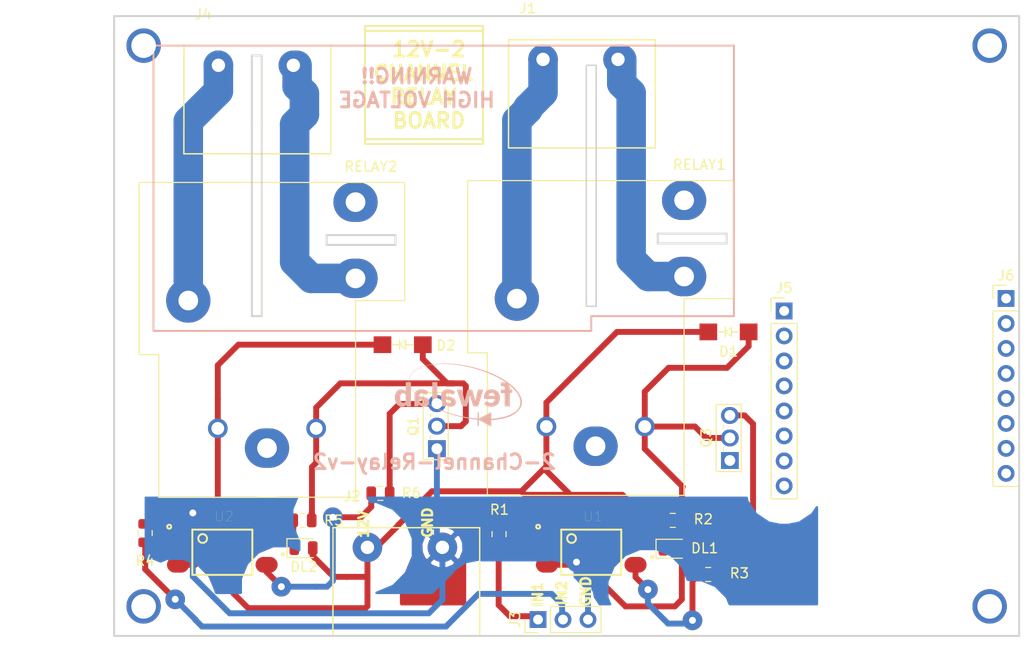
<source format=kicad_pcb>
(kicad_pcb (version 20171130) (host pcbnew "(5.0.1)-3")

  (general
    (thickness 1.6)
    (drawings 53)
    (tracks 172)
    (zones 0)
    (modules 27)
    (nets 19)
  )

  (page A4)
  (layers
    (0 F.Cu signal)
    (31 B.Cu signal)
    (32 B.Adhes user hide)
    (33 F.Adhes user hide)
    (34 B.Paste user hide)
    (35 F.Paste user hide)
    (36 B.SilkS user)
    (37 F.SilkS user)
    (38 B.Mask user hide)
    (39 F.Mask user)
    (40 Dwgs.User user)
    (41 Cmts.User user hide)
    (42 Eco1.User user hide)
    (43 Eco2.User user hide)
    (44 Edge.Cuts user)
    (45 Margin user hide)
    (46 B.CrtYd user hide)
    (47 F.CrtYd user hide)
    (48 B.Fab user hide)
    (49 F.Fab user hide)
  )

  (setup
    (last_trace_width 0.6)
    (trace_clearance 0.4)
    (zone_clearance 3)
    (zone_45_only no)
    (trace_min 0.2)
    (segment_width 0.2)
    (edge_width 0.15)
    (via_size 2)
    (via_drill 0.7)
    (via_min_size 0.4)
    (via_min_drill 0.3)
    (uvia_size 0.3)
    (uvia_drill 0.1)
    (uvias_allowed no)
    (uvia_min_size 0.2)
    (uvia_min_drill 0.1)
    (pcb_text_width 0.3)
    (pcb_text_size 1.5 1.5)
    (mod_edge_width 0.15)
    (mod_text_size 1 1)
    (mod_text_width 0.15)
    (pad_size 3.5 3.5)
    (pad_drill 2.5)
    (pad_to_mask_clearance 0.051)
    (solder_mask_min_width 0.25)
    (aux_axis_origin 0 0)
    (visible_elements 7FFFFFFF)
    (pcbplotparams
      (layerselection 0x010fc_ffffffff)
      (usegerberextensions true)
      (usegerberattributes false)
      (usegerberadvancedattributes false)
      (creategerberjobfile false)
      (excludeedgelayer true)
      (linewidth 0.100000)
      (plotframeref false)
      (viasonmask false)
      (mode 1)
      (useauxorigin false)
      (hpglpennumber 1)
      (hpglpenspeed 20)
      (hpglpendiameter 15.000000)
      (psnegative false)
      (psa4output false)
      (plotreference true)
      (plotvalue true)
      (plotinvisibletext false)
      (padsonsilk false)
      (subtractmaskfromsilk false)
      (outputformat 1)
      (mirror false)
      (drillshape 0)
      (scaleselection 1)
      (outputdirectory "gerber/"))
  )

  (net 0 "")
  (net 1 "Net-(D1-Pad2)")
  (net 2 VPOWER)
  (net 3 "Net-(D2-Pad2)")
  (net 4 "Net-(DL1-Pad1)")
  (net 5 "Net-(DL2-Pad1)")
  (net 6 COM1)
  (net 7 NO1)
  (net 8 GND)
  (net 9 IN1)
  (net 10 IN2)
  (net 11 NO2)
  (net 12 COM2)
  (net 13 "Net-(R1-Pad2)")
  (net 14 "Net-(R3-Pad2)")
  (net 15 "Net-(R4-Pad2)")
  (net 16 "Net-(R6-Pad2)")
  (net 17 "Net-(Q3-Pad3)")
  (net 18 "Net-(Q1-Pad3)")

  (net_class Default "This is the default net class."
    (clearance 0.4)
    (trace_width 0.6)
    (via_dia 2)
    (via_drill 0.7)
    (uvia_dia 0.3)
    (uvia_drill 0.1)
    (add_net COM1)
    (add_net COM2)
    (add_net GND)
    (add_net IN1)
    (add_net IN2)
    (add_net NO1)
    (add_net NO2)
    (add_net "Net-(D1-Pad2)")
    (add_net "Net-(D2-Pad2)")
    (add_net "Net-(DL1-Pad1)")
    (add_net "Net-(DL2-Pad1)")
    (add_net "Net-(Q1-Pad3)")
    (add_net "Net-(Q3-Pad3)")
    (add_net "Net-(R1-Pad2)")
    (add_net "Net-(R3-Pad2)")
    (add_net "Net-(R4-Pad2)")
    (add_net "Net-(R6-Pad2)")
    (add_net VPOWER)
  )

  (net_class GND ""
    (clearance 0.4)
    (trace_width 0.6)
    (via_dia 2)
    (via_drill 0.7)
    (uvia_dia 0.3)
    (uvia_drill 0.1)
  )

  (net_class ac ""
    (clearance 1)
    (trace_width 3)
    (via_dia 1)
    (via_drill 0.3)
    (uvia_dia 0.3)
    (uvia_drill 0.1)
  )

  (module MountingHole:MountingHole_2.5mm (layer F.Cu) (tedit 60A0669D) (tstamp 607439EC)
    (at 201 100)
    (descr "Mounting Hole 2.5mm, no annular")
    (tags "mounting hole 2.5mm no annular")
    (attr virtual)
    (fp_text reference MH3 (at 0 -3.5) (layer F.SilkS) hide
      (effects (font (size 1 1) (thickness 0.15)))
    )
    (fp_text value MountingHole_2.5mm (at 0 3.5) (layer F.Fab)
      (effects (font (size 1 1) (thickness 0.15)))
    )
    (fp_text user %R (at 0.3 0) (layer F.Fab)
      (effects (font (size 1 1) (thickness 0.15)))
    )
    (fp_circle (center 0 0) (end 2.5 0) (layer Cmts.User) (width 0.15))
    (fp_circle (center 0 0) (end 2.75 0) (layer F.CrtYd) (width 0.05))
    (pad "" np_thru_hole circle (at 0 0) (size 3.5 3.5) (drill 2.5) (layers *.Cu *.Mask))
  )

  (module MountingHole:MountingHole_2.5mm (layer F.Cu) (tedit 60A066A6) (tstamp 607439DE)
    (at 115 100)
    (descr "Mounting Hole 2.5mm, no annular")
    (tags "mounting hole 2.5mm no annular")
    (attr virtual)
    (fp_text reference MH4 (at 0 -3.5) (layer F.SilkS) hide
      (effects (font (size 1 1) (thickness 0.15)))
    )
    (fp_text value MountingHole_2.5mm (at 0 3.5) (layer F.Fab)
      (effects (font (size 1 1) (thickness 0.15)))
    )
    (fp_circle (center 0 0) (end 2.75 0) (layer F.CrtYd) (width 0.05))
    (fp_circle (center 0 0) (end 2.5 0) (layer Cmts.User) (width 0.15))
    (fp_text user %R (at 0.3 0) (layer F.Fab)
      (effects (font (size 1 1) (thickness 0.15)))
    )
    (pad "" np_thru_hole circle (at 0 0) (size 3.5 3.5) (drill 2.5) (layers *.Cu *.Mask))
  )

  (module MountingHole:MountingHole_2.5mm (layer F.Cu) (tedit 60A0668D) (tstamp 607439D0)
    (at 115 43)
    (descr "Mounting Hole 2.5mm, no annular")
    (tags "mounting hole 2.5mm no annular")
    (attr virtual)
    (fp_text reference MH1 (at 0 -3.5) (layer F.SilkS) hide
      (effects (font (size 1 1) (thickness 0.15)))
    )
    (fp_text value MountingHole_2.5mm (at 0 3.5) (layer F.Fab)
      (effects (font (size 1 1) (thickness 0.15)))
    )
    (fp_text user %R (at 0.3 0) (layer F.Fab)
      (effects (font (size 1 1) (thickness 0.15)))
    )
    (fp_circle (center 0 0) (end 2.5 0) (layer Cmts.User) (width 0.15))
    (fp_circle (center 0 0) (end 2.75 0) (layer F.CrtYd) (width 0.05))
    (pad "" np_thru_hole circle (at 0 0) (size 3.5 3.5) (drill 2.5) (layers *.Cu *.Mask))
  )

  (module LED_SMD:LED_0805_2012Metric (layer F.Cu) (tedit 5B36C52C) (tstamp 6074265C)
    (at 168.77 94.14)
    (descr "LED SMD 0805 (2012 Metric), square (rectangular) end terminal, IPC_7351 nominal, (Body size source: https://docs.google.com/spreadsheets/d/1BsfQQcO9C6DZCsRaXUlFlo91Tg2WpOkGARC1WS5S8t0/edit?usp=sharing), generated with kicad-footprint-generator")
    (tags diode)
    (path /606133A7)
    (attr smd)
    (fp_text reference DL1 (at 3.2575 -0.05 -180) (layer F.SilkS)
      (effects (font (size 1 1) (thickness 0.15)))
    )
    (fp_text value LED (at 0 1.65) (layer F.Fab)
      (effects (font (size 1 1) (thickness 0.15)))
    )
    (fp_line (start 1 -0.6) (end -0.7 -0.6) (layer F.Fab) (width 0.1))
    (fp_line (start -0.7 -0.6) (end -1 -0.3) (layer F.Fab) (width 0.1))
    (fp_line (start -1 -0.3) (end -1 0.6) (layer F.Fab) (width 0.1))
    (fp_line (start -1 0.6) (end 1 0.6) (layer F.Fab) (width 0.1))
    (fp_line (start 1 0.6) (end 1 -0.6) (layer F.Fab) (width 0.1))
    (fp_line (start 1 -0.96) (end -1.685 -0.96) (layer F.SilkS) (width 0.12))
    (fp_line (start -1.685 -0.96) (end -1.685 0.96) (layer F.SilkS) (width 0.12))
    (fp_line (start -1.685 0.96) (end 1 0.96) (layer F.SilkS) (width 0.12))
    (fp_line (start -1.68 0.95) (end -1.68 -0.95) (layer F.CrtYd) (width 0.05))
    (fp_line (start -1.68 -0.95) (end 1.68 -0.95) (layer F.CrtYd) (width 0.05))
    (fp_line (start 1.68 -0.95) (end 1.68 0.95) (layer F.CrtYd) (width 0.05))
    (fp_line (start 1.68 0.95) (end -1.68 0.95) (layer F.CrtYd) (width 0.05))
    (fp_text user %R (at 0 0) (layer F.Fab)
      (effects (font (size 0.5 0.5) (thickness 0.08)))
    )
    (pad 1 smd roundrect (at -0.9375 0) (size 0.975 1.4) (layers F.Cu F.Paste F.Mask) (roundrect_rratio 0.25)
      (net 4 "Net-(DL1-Pad1)"))
    (pad 2 smd roundrect (at 0.9375 0) (size 0.975 1.4) (layers F.Cu F.Paste F.Mask) (roundrect_rratio 0.25)
      (net 2 VPOWER))
    (model ${KISYS3DMOD}/LED_SMD.3dshapes/LED_0805_2012Metric.wrl
      (at (xyz 0 0 0))
      (scale (xyz 1 1 1))
      (rotate (xyz 0 0 0))
    )
  )

  (module LED_SMD:LED_0805_2012Metric (layer F.Cu) (tedit 5B36C52C) (tstamp 6074266F)
    (at 131.2525 94.08)
    (descr "LED SMD 0805 (2012 Metric), square (rectangular) end terminal, IPC_7351 nominal, (Body size source: https://docs.google.com/spreadsheets/d/1BsfQQcO9C6DZCsRaXUlFlo91Tg2WpOkGARC1WS5S8t0/edit?usp=sharing), generated with kicad-footprint-generator")
    (tags diode)
    (path /60668C60)
    (attr smd)
    (fp_text reference DL2 (at 0.0275 1.9) (layer F.SilkS)
      (effects (font (size 1 1) (thickness 0.15)))
    )
    (fp_text value LED (at 0 1.65) (layer F.Fab)
      (effects (font (size 1 1) (thickness 0.15)))
    )
    (fp_text user %R (at 0 0) (layer F.Fab)
      (effects (font (size 0.5 0.5) (thickness 0.08)))
    )
    (fp_line (start 1.68 0.95) (end -1.68 0.95) (layer F.CrtYd) (width 0.05))
    (fp_line (start 1.68 -0.95) (end 1.68 0.95) (layer F.CrtYd) (width 0.05))
    (fp_line (start -1.68 -0.95) (end 1.68 -0.95) (layer F.CrtYd) (width 0.05))
    (fp_line (start -1.68 0.95) (end -1.68 -0.95) (layer F.CrtYd) (width 0.05))
    (fp_line (start -1.685 0.96) (end 1 0.96) (layer F.SilkS) (width 0.12))
    (fp_line (start -1.685 -0.96) (end -1.685 0.96) (layer F.SilkS) (width 0.12))
    (fp_line (start 1 -0.96) (end -1.685 -0.96) (layer F.SilkS) (width 0.12))
    (fp_line (start 1 0.6) (end 1 -0.6) (layer F.Fab) (width 0.1))
    (fp_line (start -1 0.6) (end 1 0.6) (layer F.Fab) (width 0.1))
    (fp_line (start -1 -0.3) (end -1 0.6) (layer F.Fab) (width 0.1))
    (fp_line (start -0.7 -0.6) (end -1 -0.3) (layer F.Fab) (width 0.1))
    (fp_line (start 1 -0.6) (end -0.7 -0.6) (layer F.Fab) (width 0.1))
    (pad 2 smd roundrect (at 0.9375 0) (size 0.975 1.4) (layers F.Cu F.Paste F.Mask) (roundrect_rratio 0.25)
      (net 2 VPOWER))
    (pad 1 smd roundrect (at -0.9375 0) (size 0.975 1.4) (layers F.Cu F.Paste F.Mask) (roundrect_rratio 0.25)
      (net 5 "Net-(DL2-Pad1)"))
    (model ${KISYS3DMOD}/LED_SMD.3dshapes/LED_0805_2012Metric.wrl
      (at (xyz 0 0 0))
      (scale (xyz 1 1 1))
      (rotate (xyz 0 0 0))
    )
  )

  (module Resistor_SMD:R_0805_2012Metric (layer F.Cu) (tedit 5B36C52B) (tstamp 607426E2)
    (at 151.13 92.6575 90)
    (descr "Resistor SMD 0805 (2012 Metric), square (rectangular) end terminal, IPC_7351 nominal, (Body size source: https://docs.google.com/spreadsheets/d/1BsfQQcO9C6DZCsRaXUlFlo91Tg2WpOkGARC1WS5S8t0/edit?usp=sharing), generated with kicad-footprint-generator")
    (tags resistor)
    (path /600E381F)
    (attr smd)
    (fp_text reference R1 (at 2.4875 0.04) (layer F.SilkS)
      (effects (font (size 1 1) (thickness 0.15)))
    )
    (fp_text value 1K (at 0 1.65 90) (layer F.Fab)
      (effects (font (size 1 1) (thickness 0.15)))
    )
    (fp_text user %R (at 0 0 90) (layer F.Fab)
      (effects (font (size 0.5 0.5) (thickness 0.08)))
    )
    (fp_line (start 1.68 0.95) (end -1.68 0.95) (layer F.CrtYd) (width 0.05))
    (fp_line (start 1.68 -0.95) (end 1.68 0.95) (layer F.CrtYd) (width 0.05))
    (fp_line (start -1.68 -0.95) (end 1.68 -0.95) (layer F.CrtYd) (width 0.05))
    (fp_line (start -1.68 0.95) (end -1.68 -0.95) (layer F.CrtYd) (width 0.05))
    (fp_line (start -0.258578 0.71) (end 0.258578 0.71) (layer F.SilkS) (width 0.12))
    (fp_line (start -0.258578 -0.71) (end 0.258578 -0.71) (layer F.SilkS) (width 0.12))
    (fp_line (start 1 0.6) (end -1 0.6) (layer F.Fab) (width 0.1))
    (fp_line (start 1 -0.6) (end 1 0.6) (layer F.Fab) (width 0.1))
    (fp_line (start -1 -0.6) (end 1 -0.6) (layer F.Fab) (width 0.1))
    (fp_line (start -1 0.6) (end -1 -0.6) (layer F.Fab) (width 0.1))
    (pad 2 smd roundrect (at 0.9375 0 90) (size 0.975 1.4) (layers F.Cu F.Paste F.Mask) (roundrect_rratio 0.25)
      (net 13 "Net-(R1-Pad2)"))
    (pad 1 smd roundrect (at -0.9375 0 90) (size 0.975 1.4) (layers F.Cu F.Paste F.Mask) (roundrect_rratio 0.25)
      (net 9 IN1))
    (model ${KISYS3DMOD}/Resistor_SMD.3dshapes/R_0805_2012Metric.wrl
      (at (xyz 0 0 0))
      (scale (xyz 1 1 1))
      (rotate (xyz 0 0 0))
    )
  )

  (module Resistor_SMD:R_0805_2012Metric (layer F.Cu) (tedit 5B36C52B) (tstamp 607426F3)
    (at 168.7875 91.26 180)
    (descr "Resistor SMD 0805 (2012 Metric), square (rectangular) end terminal, IPC_7351 nominal, (Body size source: https://docs.google.com/spreadsheets/d/1BsfQQcO9C6DZCsRaXUlFlo91Tg2WpOkGARC1WS5S8t0/edit?usp=sharing), generated with kicad-footprint-generator")
    (tags resistor)
    (path /6061369E)
    (attr smd)
    (fp_text reference R2 (at -3.1025 0.12) (layer F.SilkS)
      (effects (font (size 1 1) (thickness 0.15)))
    )
    (fp_text value 1K (at 0 1.65 180) (layer F.Fab)
      (effects (font (size 1 1) (thickness 0.15)))
    )
    (fp_line (start -1 0.6) (end -1 -0.6) (layer F.Fab) (width 0.1))
    (fp_line (start -1 -0.6) (end 1 -0.6) (layer F.Fab) (width 0.1))
    (fp_line (start 1 -0.6) (end 1 0.6) (layer F.Fab) (width 0.1))
    (fp_line (start 1 0.6) (end -1 0.6) (layer F.Fab) (width 0.1))
    (fp_line (start -0.258578 -0.71) (end 0.258578 -0.71) (layer F.SilkS) (width 0.12))
    (fp_line (start -0.258578 0.71) (end 0.258578 0.71) (layer F.SilkS) (width 0.12))
    (fp_line (start -1.68 0.95) (end -1.68 -0.95) (layer F.CrtYd) (width 0.05))
    (fp_line (start -1.68 -0.95) (end 1.68 -0.95) (layer F.CrtYd) (width 0.05))
    (fp_line (start 1.68 -0.95) (end 1.68 0.95) (layer F.CrtYd) (width 0.05))
    (fp_line (start 1.68 0.95) (end -1.68 0.95) (layer F.CrtYd) (width 0.05))
    (fp_text user %R (at 0 0 180) (layer F.Fab)
      (effects (font (size 0.5 0.5) (thickness 0.08)))
    )
    (pad 1 smd roundrect (at -0.9375 0 180) (size 0.975 1.4) (layers F.Cu F.Paste F.Mask) (roundrect_rratio 0.25)
      (net 1 "Net-(D1-Pad2)"))
    (pad 2 smd roundrect (at 0.9375 0 180) (size 0.975 1.4) (layers F.Cu F.Paste F.Mask) (roundrect_rratio 0.25)
      (net 4 "Net-(DL1-Pad1)"))
    (model ${KISYS3DMOD}/Resistor_SMD.3dshapes/R_0805_2012Metric.wrl
      (at (xyz 0 0 0))
      (scale (xyz 1 1 1))
      (rotate (xyz 0 0 0))
    )
  )

  (module Resistor_SMD:R_0805_2012Metric (layer F.Cu) (tedit 5B36C52B) (tstamp 60744201)
    (at 172.3875 96.76 180)
    (descr "Resistor SMD 0805 (2012 Metric), square (rectangular) end terminal, IPC_7351 nominal, (Body size source: https://docs.google.com/spreadsheets/d/1BsfQQcO9C6DZCsRaXUlFlo91Tg2WpOkGARC1WS5S8t0/edit?usp=sharing), generated with kicad-footprint-generator")
    (tags resistor)
    (path /600EB399)
    (attr smd)
    (fp_text reference R3 (at -3.17 0.13) (layer F.SilkS)
      (effects (font (size 1 1) (thickness 0.15)))
    )
    (fp_text value 1K (at 0 1.65 180) (layer F.Fab)
      (effects (font (size 1 1) (thickness 0.15)))
    )
    (fp_line (start -1 0.6) (end -1 -0.6) (layer F.Fab) (width 0.1))
    (fp_line (start -1 -0.6) (end 1 -0.6) (layer F.Fab) (width 0.1))
    (fp_line (start 1 -0.6) (end 1 0.6) (layer F.Fab) (width 0.1))
    (fp_line (start 1 0.6) (end -1 0.6) (layer F.Fab) (width 0.1))
    (fp_line (start -0.258578 -0.71) (end 0.258578 -0.71) (layer F.SilkS) (width 0.12))
    (fp_line (start -0.258578 0.71) (end 0.258578 0.71) (layer F.SilkS) (width 0.12))
    (fp_line (start -1.68 0.95) (end -1.68 -0.95) (layer F.CrtYd) (width 0.05))
    (fp_line (start -1.68 -0.95) (end 1.68 -0.95) (layer F.CrtYd) (width 0.05))
    (fp_line (start 1.68 -0.95) (end 1.68 0.95) (layer F.CrtYd) (width 0.05))
    (fp_line (start 1.68 0.95) (end -1.68 0.95) (layer F.CrtYd) (width 0.05))
    (fp_text user %R (at 0 0 180) (layer F.Fab)
      (effects (font (size 0.5 0.5) (thickness 0.08)))
    )
    (pad 1 smd roundrect (at -0.9375 0 180) (size 0.975 1.4) (layers F.Cu F.Paste F.Mask) (roundrect_rratio 0.25)
      (net 17 "Net-(Q3-Pad3)"))
    (pad 2 smd roundrect (at 0.9375 0 180) (size 0.975 1.4) (layers F.Cu F.Paste F.Mask) (roundrect_rratio 0.25)
      (net 14 "Net-(R3-Pad2)"))
    (model ${KISYS3DMOD}/Resistor_SMD.3dshapes/R_0805_2012Metric.wrl
      (at (xyz 0 0 0))
      (scale (xyz 1 1 1))
      (rotate (xyz 0 0 0))
    )
  )

  (module Resistor_SMD:R_0805_2012Metric (layer F.Cu) (tedit 5B36C52B) (tstamp 60742715)
    (at 115.16 92.5525 90)
    (descr "Resistor SMD 0805 (2012 Metric), square (rectangular) end terminal, IPC_7351 nominal, (Body size source: https://docs.google.com/spreadsheets/d/1BsfQQcO9C6DZCsRaXUlFlo91Tg2WpOkGARC1WS5S8t0/edit?usp=sharing), generated with kicad-footprint-generator")
    (tags resistor)
    (path /60668C33)
    (attr smd)
    (fp_text reference R4 (at -2.8175 -0.02 180) (layer F.SilkS)
      (effects (font (size 1 1) (thickness 0.15)))
    )
    (fp_text value 1K (at 0 1.65 90) (layer F.Fab)
      (effects (font (size 1 1) (thickness 0.15)))
    )
    (fp_text user %R (at 0 0 90) (layer F.Fab)
      (effects (font (size 0.5 0.5) (thickness 0.08)))
    )
    (fp_line (start 1.68 0.95) (end -1.68 0.95) (layer F.CrtYd) (width 0.05))
    (fp_line (start 1.68 -0.95) (end 1.68 0.95) (layer F.CrtYd) (width 0.05))
    (fp_line (start -1.68 -0.95) (end 1.68 -0.95) (layer F.CrtYd) (width 0.05))
    (fp_line (start -1.68 0.95) (end -1.68 -0.95) (layer F.CrtYd) (width 0.05))
    (fp_line (start -0.258578 0.71) (end 0.258578 0.71) (layer F.SilkS) (width 0.12))
    (fp_line (start -0.258578 -0.71) (end 0.258578 -0.71) (layer F.SilkS) (width 0.12))
    (fp_line (start 1 0.6) (end -1 0.6) (layer F.Fab) (width 0.1))
    (fp_line (start 1 -0.6) (end 1 0.6) (layer F.Fab) (width 0.1))
    (fp_line (start -1 -0.6) (end 1 -0.6) (layer F.Fab) (width 0.1))
    (fp_line (start -1 0.6) (end -1 -0.6) (layer F.Fab) (width 0.1))
    (pad 2 smd roundrect (at 0.9375 0 90) (size 0.975 1.4) (layers F.Cu F.Paste F.Mask) (roundrect_rratio 0.25)
      (net 15 "Net-(R4-Pad2)"))
    (pad 1 smd roundrect (at -0.9375 0 90) (size 0.975 1.4) (layers F.Cu F.Paste F.Mask) (roundrect_rratio 0.25)
      (net 10 IN2))
    (model ${KISYS3DMOD}/Resistor_SMD.3dshapes/R_0805_2012Metric.wrl
      (at (xyz 0 0 0))
      (scale (xyz 1 1 1))
      (rotate (xyz 0 0 0))
    )
  )

  (module Resistor_SMD:R_0805_2012Metric (layer F.Cu) (tedit 5B36C52B) (tstamp 60742726)
    (at 131.15 91.26 180)
    (descr "Resistor SMD 0805 (2012 Metric), square (rectangular) end terminal, IPC_7351 nominal, (Body size source: https://docs.google.com/spreadsheets/d/1BsfQQcO9C6DZCsRaXUlFlo91Tg2WpOkGARC1WS5S8t0/edit?usp=sharing), generated with kicad-footprint-generator")
    (tags resistor)
    (path /60668C66)
    (attr smd)
    (fp_text reference R5 (at -3.17 -0.01 180) (layer F.SilkS)
      (effects (font (size 1 1) (thickness 0.15)))
    )
    (fp_text value 1K (at 0 1.65 180) (layer F.Fab)
      (effects (font (size 1 1) (thickness 0.15)))
    )
    (fp_text user %R (at 0 0 180) (layer F.Fab)
      (effects (font (size 0.5 0.5) (thickness 0.08)))
    )
    (fp_line (start 1.68 0.95) (end -1.68 0.95) (layer F.CrtYd) (width 0.05))
    (fp_line (start 1.68 -0.95) (end 1.68 0.95) (layer F.CrtYd) (width 0.05))
    (fp_line (start -1.68 -0.95) (end 1.68 -0.95) (layer F.CrtYd) (width 0.05))
    (fp_line (start -1.68 0.95) (end -1.68 -0.95) (layer F.CrtYd) (width 0.05))
    (fp_line (start -0.258578 0.71) (end 0.258578 0.71) (layer F.SilkS) (width 0.12))
    (fp_line (start -0.258578 -0.71) (end 0.258578 -0.71) (layer F.SilkS) (width 0.12))
    (fp_line (start 1 0.6) (end -1 0.6) (layer F.Fab) (width 0.1))
    (fp_line (start 1 -0.6) (end 1 0.6) (layer F.Fab) (width 0.1))
    (fp_line (start -1 -0.6) (end 1 -0.6) (layer F.Fab) (width 0.1))
    (fp_line (start -1 0.6) (end -1 -0.6) (layer F.Fab) (width 0.1))
    (pad 2 smd roundrect (at 0.9375 0 180) (size 0.975 1.4) (layers F.Cu F.Paste F.Mask) (roundrect_rratio 0.25)
      (net 5 "Net-(DL2-Pad1)"))
    (pad 1 smd roundrect (at -0.9375 0 180) (size 0.975 1.4) (layers F.Cu F.Paste F.Mask) (roundrect_rratio 0.25)
      (net 3 "Net-(D2-Pad2)"))
    (model ${KISYS3DMOD}/Resistor_SMD.3dshapes/R_0805_2012Metric.wrl
      (at (xyz 0 0 0))
      (scale (xyz 1 1 1))
      (rotate (xyz 0 0 0))
    )
  )

  (module Resistor_SMD:R_0805_2012Metric (layer F.Cu) (tedit 5B36C52B) (tstamp 60742737)
    (at 139.0725 88.51 180)
    (descr "Resistor SMD 0805 (2012 Metric), square (rectangular) end terminal, IPC_7351 nominal, (Body size source: https://docs.google.com/spreadsheets/d/1BsfQQcO9C6DZCsRaXUlFlo91Tg2WpOkGARC1WS5S8t0/edit?usp=sharing), generated with kicad-footprint-generator")
    (tags resistor)
    (path /60668C44)
    (attr smd)
    (fp_text reference R6 (at -3.1375 0.04 180) (layer F.SilkS)
      (effects (font (size 1 1) (thickness 0.15)))
    )
    (fp_text value 1K (at 0 1.65 180) (layer F.Fab)
      (effects (font (size 1 1) (thickness 0.15)))
    )
    (fp_line (start -1 0.6) (end -1 -0.6) (layer F.Fab) (width 0.1))
    (fp_line (start -1 -0.6) (end 1 -0.6) (layer F.Fab) (width 0.1))
    (fp_line (start 1 -0.6) (end 1 0.6) (layer F.Fab) (width 0.1))
    (fp_line (start 1 0.6) (end -1 0.6) (layer F.Fab) (width 0.1))
    (fp_line (start -0.258578 -0.71) (end 0.258578 -0.71) (layer F.SilkS) (width 0.12))
    (fp_line (start -0.258578 0.71) (end 0.258578 0.71) (layer F.SilkS) (width 0.12))
    (fp_line (start -1.68 0.95) (end -1.68 -0.95) (layer F.CrtYd) (width 0.05))
    (fp_line (start -1.68 -0.95) (end 1.68 -0.95) (layer F.CrtYd) (width 0.05))
    (fp_line (start 1.68 -0.95) (end 1.68 0.95) (layer F.CrtYd) (width 0.05))
    (fp_line (start 1.68 0.95) (end -1.68 0.95) (layer F.CrtYd) (width 0.05))
    (fp_text user %R (at 0 0 180) (layer F.Fab)
      (effects (font (size 0.5 0.5) (thickness 0.08)))
    )
    (pad 1 smd roundrect (at -0.9375 0 180) (size 0.975 1.4) (layers F.Cu F.Paste F.Mask) (roundrect_rratio 0.25)
      (net 18 "Net-(Q1-Pad3)"))
    (pad 2 smd roundrect (at 0.9375 0 180) (size 0.975 1.4) (layers F.Cu F.Paste F.Mask) (roundrect_rratio 0.25)
      (net 16 "Net-(R6-Pad2)"))
    (model ${KISYS3DMOD}/Resistor_SMD.3dshapes/R_0805_2012Metric.wrl
      (at (xyz 0 0 0))
      (scale (xyz 1 1 1))
      (rotate (xyz 0 0 0))
    )
  )

  (module Connector_PinHeader_2.54mm:PinHeader_1x03_P2.54mm_Vertical (layer F.Cu) (tedit 59FED5CC) (tstamp 60742A89)
    (at 155.09 101.34 90)
    (descr "Through hole straight pin header, 1x03, 2.54mm pitch, single row")
    (tags "Through hole pin header THT 1x03 2.54mm single row")
    (path /6066A970)
    (fp_text reference J3 (at 0 -2.33 90) (layer F.SilkS)
      (effects (font (size 1 1) (thickness 0.15)))
    )
    (fp_text value INPUT-PINS (at 0 7.41 90) (layer F.Fab)
      (effects (font (size 1 1) (thickness 0.15)))
    )
    (fp_line (start -0.635 -1.27) (end 1.27 -1.27) (layer F.Fab) (width 0.1))
    (fp_line (start 1.27 -1.27) (end 1.27 6.35) (layer F.Fab) (width 0.1))
    (fp_line (start 1.27 6.35) (end -1.27 6.35) (layer F.Fab) (width 0.1))
    (fp_line (start -1.27 6.35) (end -1.27 -0.635) (layer F.Fab) (width 0.1))
    (fp_line (start -1.27 -0.635) (end -0.635 -1.27) (layer F.Fab) (width 0.1))
    (fp_line (start -1.33 6.41) (end 1.33 6.41) (layer F.SilkS) (width 0.12))
    (fp_line (start -1.33 1.27) (end -1.33 6.41) (layer F.SilkS) (width 0.12))
    (fp_line (start 1.33 1.27) (end 1.33 6.41) (layer F.SilkS) (width 0.12))
    (fp_line (start -1.33 1.27) (end 1.33 1.27) (layer F.SilkS) (width 0.12))
    (fp_line (start -1.33 0) (end -1.33 -1.33) (layer F.SilkS) (width 0.12))
    (fp_line (start -1.33 -1.33) (end 0 -1.33) (layer F.SilkS) (width 0.12))
    (fp_line (start -1.8 -1.8) (end -1.8 6.85) (layer F.CrtYd) (width 0.05))
    (fp_line (start -1.8 6.85) (end 1.8 6.85) (layer F.CrtYd) (width 0.05))
    (fp_line (start 1.8 6.85) (end 1.8 -1.8) (layer F.CrtYd) (width 0.05))
    (fp_line (start 1.8 -1.8) (end -1.8 -1.8) (layer F.CrtYd) (width 0.05))
    (fp_text user %R (at 0 2.54 180) (layer F.Fab)
      (effects (font (size 1 1) (thickness 0.15)))
    )
    (pad 1 thru_hole rect (at 0 0 90) (size 1.7 1.7) (drill 1) (layers *.Cu *.Mask)
      (net 9 IN1))
    (pad 2 thru_hole oval (at 0 2.54 90) (size 1.7 1.7) (drill 1) (layers *.Cu *.Mask)
      (net 10 IN2))
    (pad 3 thru_hole oval (at 0 5.08 90) (size 1.7 1.7) (drill 1) (layers *.Cu *.Mask)
      (net 8 GND))
    (model ${KISYS3DMOD}/Connector_PinHeader_2.54mm.3dshapes/PinHeader_1x03_P2.54mm_Vertical.wrl
      (at (xyz 0 0 0))
      (scale (xyz 1 1 1))
      (rotate (xyz 0 0 0))
    )
  )

  (module MountingHole:MountingHole_2.5mm (layer F.Cu) (tedit 60A06695) (tstamp 607439CE)
    (at 201 43)
    (descr "Mounting Hole 2.5mm, no annular")
    (tags "mounting hole 2.5mm no annular")
    (attr virtual)
    (fp_text reference MH2 (at 0 -3.5) (layer F.SilkS) hide
      (effects (font (size 1 1) (thickness 0.15)))
    )
    (fp_text value MountingHole_2.5mm (at 0 3.5) (layer F.Fab)
      (effects (font (size 1 1) (thickness 0.15)))
    )
    (fp_circle (center 0 0) (end 2.75 0) (layer F.CrtYd) (width 0.05))
    (fp_circle (center 0 0) (end 2.5 0) (layer Cmts.User) (width 0.15))
    (fp_text user %R (at 0.3 0) (layer F.Fab)
      (effects (font (size 1 1) (thickness 0.15)))
    )
    (pad "" np_thru_hole circle (at 0 0) (size 3.5 3.5) (drill 2.5) (layers *.Cu *.Mask))
  )

  (module HAT901CSDC12:HAT901CSDC12-large-holes (layer F.Cu) (tedit 606EF17F) (tstamp 607E766E)
    (at 169.94 58.72)
    (path /60649F0D)
    (fp_text reference RELAY1 (at 1.5494 -3.61442) (layer F.SilkS)
      (effects (font (size 1 1) (thickness 0.15)))
    )
    (fp_text value HAT901CSDC12 (at -8.5598 -4.2418) (layer F.Fab)
      (effects (font (size 1 1) (thickness 0.15)))
    )
    (fp_line (start -20 29.99848) (end 0 29.99848) (layer F.SilkS) (width 0.12))
    (fp_line (start 5 9.99848) (end 0 9.99848) (layer F.SilkS) (width 0.12))
    (fp_line (start 5 -2.00152) (end 5 9.99848) (layer F.SilkS) (width 0.12))
    (fp_line (start 5 -2.00152) (end -22 -2.00152) (layer F.SilkS) (width 0.12))
    (fp_line (start -22 -2.00152) (end -22 15.49848) (layer F.SilkS) (width 0.12))
    (fp_line (start -22 15.49848) (end -20 15.49848) (layer F.SilkS) (width 0.12))
    (fp_line (start -20 15.49848) (end -20 29.99848) (layer F.SilkS) (width 0.12))
    (fp_line (start 0 9.99848) (end 0 29.99848) (layer F.SilkS) (width 0.12))
    (pad 6 thru_hole oval (at -9 25) (size 4.5 4) (drill 2) (layers *.Cu *.Mask))
    (pad 5 thru_hole oval (at 0 0) (size 4.5 4) (drill oval 2) (layers *.Cu *.Mask))
    (pad 4 thru_hole oval (at 0 7.75) (size 4.5 4) (drill oval 2) (layers *.Cu *.Mask)
      (net 7 NO1))
    (pad 3 thru_hole circle (at -4 23) (size 2 2) (drill 1.3) (layers *.Cu *.Mask)
      (net 1 "Net-(D1-Pad2)"))
    (pad 2 thru_hole circle (at -14 23) (size 2 2) (drill 1.3) (layers *.Cu *.Mask)
      (net 2 VPOWER))
    (pad 1 thru_hole circle (at -17 10) (size 4.5 4.5) (drill 2) (layers *.Cu *.Mask)
      (net 6 COM1))
    (model ${KIPRJMOD}/3D/Relay.step
      (offset (xyz -9 -26 0))
      (scale (xyz 1 1 1))
      (rotate (xyz 0 0 90))
    )
  )

  (module HAT901CSDC12:HAT901CSDC12-large-holes (layer F.Cu) (tedit 606EF17F) (tstamp 607E767F)
    (at 136.54 58.91)
    (path /60668C24)
    (fp_text reference RELAY2 (at 1.5494 -3.61442) (layer F.SilkS)
      (effects (font (size 1 1) (thickness 0.15)))
    )
    (fp_text value HAT901CSDC12 (at -8.5598 -4.2418) (layer F.Fab)
      (effects (font (size 1 1) (thickness 0.15)))
    )
    (fp_line (start 0 9.99848) (end 0 29.99848) (layer F.SilkS) (width 0.12))
    (fp_line (start -20 15.49848) (end -20 29.99848) (layer F.SilkS) (width 0.12))
    (fp_line (start -22 15.49848) (end -20 15.49848) (layer F.SilkS) (width 0.12))
    (fp_line (start -22 -2.00152) (end -22 15.49848) (layer F.SilkS) (width 0.12))
    (fp_line (start 5 -2.00152) (end -22 -2.00152) (layer F.SilkS) (width 0.12))
    (fp_line (start 5 -2.00152) (end 5 9.99848) (layer F.SilkS) (width 0.12))
    (fp_line (start 5 9.99848) (end 0 9.99848) (layer F.SilkS) (width 0.12))
    (fp_line (start -20 29.99848) (end 0 29.99848) (layer F.SilkS) (width 0.12))
    (pad 1 thru_hole circle (at -17 10) (size 4.5 4.5) (drill 2) (layers *.Cu *.Mask)
      (net 12 COM2))
    (pad 2 thru_hole circle (at -14 23) (size 2 2) (drill 1.3) (layers *.Cu *.Mask)
      (net 2 VPOWER))
    (pad 3 thru_hole circle (at -4 23) (size 2 2) (drill 1.3) (layers *.Cu *.Mask)
      (net 3 "Net-(D2-Pad2)"))
    (pad 4 thru_hole oval (at 0 7.75) (size 4.5 4) (drill oval 2) (layers *.Cu *.Mask)
      (net 11 NO2))
    (pad 5 thru_hole oval (at 0 0) (size 4.5 4) (drill oval 2) (layers *.Cu *.Mask))
    (pad 6 thru_hole oval (at -9 25) (size 4.5 4) (drill 2) (layers *.Cu *.Mask))
    (model ${KIPRJMOD}/3D/Relay.step
      (offset (xyz -9 -26 0))
      (scale (xyz 1 1 1))
      (rotate (xyz 0 0 90))
    )
  )

  (module NepalPQLogo:fewalab-1 (layer B.Cu) (tedit 0) (tstamp 606FF54C)
    (at 146.95 78.52 180)
    (fp_text reference G*** (at 0 0 180) (layer B.SilkS) hide
      (effects (font (size 1 1) (thickness 0.15)) (justify mirror))
    )
    (fp_text value LOGO (at -0.08 -1.32 180) (layer B.SilkS) hide
      (effects (font (size 1 1) (thickness 0.15)) (justify mirror))
    )
    (fp_poly (pts (xy -0.051103 0.552398) (xy -0.00358 0.552204) (xy 0.033601 0.551817) (xy 0.061617 0.551185)
      (xy 0.081648 0.550256) (xy 0.094871 0.548977) (xy 0.102465 0.547297) (xy 0.105609 0.545162)
      (xy 0.105641 0.542895) (xy 0.10348 0.53613) (xy 0.097818 0.518083) (xy 0.088918 0.4896)
      (xy 0.077043 0.45153) (xy 0.062456 0.40472) (xy 0.045422 0.350016) (xy 0.026203 0.288266)
      (xy 0.005061 0.220316) (xy -0.017738 0.147015) (xy -0.041933 0.06921) (xy -0.06726 -0.012253)
      (xy -0.093456 -0.096527) (xy -0.120258 -0.182763) (xy -0.147402 -0.270116) (xy -0.174625 -0.357737)
      (xy -0.201664 -0.44478) (xy -0.228255 -0.530397) (xy -0.254137 -0.613742) (xy -0.279044 -0.693966)
      (xy -0.302715 -0.770223) (xy -0.324885 -0.841666) (xy -0.345292 -0.907447) (xy -0.363673 -0.96672)
      (xy -0.379763 -1.018637) (xy -0.393301 -1.06235) (xy -0.404022 -1.097014) (xy -0.411663 -1.12178)
      (xy -0.415962 -1.135801) (xy -0.416695 -1.138237) (xy -0.418288 -1.141162) (xy -0.421994 -1.143527)
      (xy -0.429046 -1.145389) (xy -0.440675 -1.146808) (xy -0.458113 -1.147844) (xy -0.482592 -1.148556)
      (xy -0.515344 -1.149002) (xy -0.557601 -1.149244) (xy -0.610595 -1.149338) (xy -0.647641 -1.14935)
      (xy -0.875326 -1.14935) (xy -0.893719 -1.133873) (xy -0.90871 -1.117341) (xy -0.921394 -1.097061)
      (xy -0.922732 -1.094185) (xy -0.926052 -1.084516) (xy -0.932505 -1.063766) (xy -0.941763 -1.033072)
      (xy -0.9535 -0.993572) (xy -0.967387 -0.946404) (xy -0.983097 -0.892706) (xy -1.000303 -0.833617)
      (xy -1.018677 -0.770273) (xy -1.037891 -0.703813) (xy -1.057619 -0.635374) (xy -1.077533 -0.566095)
      (xy -1.097305 -0.497114) (xy -1.116608 -0.429568) (xy -1.135114 -0.364596) (xy -1.152496 -0.303334)
      (xy -1.168427 -0.246922) (xy -1.182579 -0.196497) (xy -1.194624 -0.153197) (xy -1.204236 -0.118159)
      (xy -1.211086 -0.092523) (xy -1.21198 -0.089073) (xy -1.220188 -0.059171) (xy -1.226904 -0.038711)
      (xy -1.231739 -0.028743) (xy -1.234066 -0.029264) (xy -1.237294 -0.041514) (xy -1.242163 -0.061596)
      (xy -1.247078 -0.082802) (xy -1.250402 -0.095746) (xy -1.256855 -0.119276) (xy -1.266111 -0.152279)
      (xy -1.277846 -0.193639) (xy -1.291737 -0.242244) (xy -1.307457 -0.296979) (xy -1.324683 -0.35673)
      (xy -1.34309 -0.420383) (xy -1.362353 -0.486825) (xy -1.382148 -0.554942) (xy -1.40215 -0.623618)
      (xy -1.422035 -0.691742) (xy -1.441477 -0.758198) (xy -1.460153 -0.821872) (xy -1.477737 -0.881651)
      (xy -1.493906 -0.936421) (xy -1.508334 -0.985068) (xy -1.520697 -1.026478) (xy -1.530671 -1.059536)
      (xy -1.53793 -1.08313) (xy -1.54215 -1.096145) (xy -1.542981 -1.098271) (xy -1.550789 -1.108676)
      (xy -1.563784 -1.122695) (xy -1.568314 -1.127125) (xy -1.58832 -1.146175) (xy -1.814923 -1.147911)
      (xy -2.041525 -1.149648) (xy -2.303737 -0.303361) (xy -2.334823 -0.202991) (xy -2.364856 -0.105943)
      (xy -2.393623 -0.012911) (xy -2.42091 0.075413) (xy -2.446504 0.158337) (xy -2.470193 0.235168)
      (xy -2.491762 0.305213) (xy -2.511 0.36778) (xy -2.527692 0.422176) (xy -2.541625 0.467709)
      (xy -2.552587 0.503687) (xy -2.560365 0.529416) (xy -2.564744 0.544205) (xy -2.565674 0.547688)
      (xy -2.559496 0.548781) (xy -2.542036 0.549785) (xy -2.514714 0.550671) (xy -2.478947 0.551411)
      (xy -2.436154 0.551973) (xy -2.387754 0.55233) (xy -2.336597 0.55245) (xy -2.274682 0.552377)
      (xy -2.224169 0.552122) (xy -2.183759 0.551635) (xy -2.152154 0.550866) (xy -2.128056 0.549764)
      (xy -2.110167 0.548277) (xy -2.097188 0.546356) (xy -2.087821 0.543949) (xy -2.084184 0.542589)
      (xy -2.055961 0.526342) (xy -2.032971 0.50467) (xy -2.019949 0.483442) (xy -2.017224 0.473863)
      (xy -2.012057 0.453058) (xy -2.004712 0.42221) (xy -1.995453 0.382501) (xy -1.984545 0.335114)
      (xy -1.972251 0.281231) (xy -1.958837 0.222034) (xy -1.944566 0.158707) (xy -1.929702 0.09243)
      (xy -1.914511 0.024388) (xy -1.899256 -0.044238) (xy -1.884202 -0.112265) (xy -1.869613 -0.178511)
      (xy -1.855753 -0.241793) (xy -1.842887 -0.300929) (xy -1.831278 -0.354736) (xy -1.821192 -0.402033)
      (xy -1.812893 -0.441635) (xy -1.809695 -0.4572) (xy -1.801133 -0.498183) (xy -1.793217 -0.534089)
      (xy -1.786326 -0.563353) (xy -1.780838 -0.584414) (xy -1.777135 -0.595708) (xy -1.77578 -0.5969)
      (xy -1.768811 -0.576397) (xy -1.758613 -0.543875) (xy -1.745258 -0.49958) (xy -1.728817 -0.443757)
      (xy -1.70936 -0.37665) (xy -1.686959 -0.298505) (xy -1.661683 -0.209568) (xy -1.633605 -0.110083)
      (xy -1.602795 -0.000295) (xy -1.59055 0.043486) (xy -1.570161 0.11617) (xy -1.550553 0.18553)
      (xy -1.532021 0.250553) (xy -1.514861 0.310229) (xy -1.499368 0.363547) (xy -1.485837 0.409496)
      (xy -1.474564 0.447064) (xy -1.465844 0.47524) (xy -1.459972 0.493014) (xy -1.457493 0.499111)
      (xy -1.446114 0.511852) (xy -1.429038 0.526238) (xy -1.42114 0.531825) (xy -1.394789 0.549275)
      (xy -1.229345 0.551172) (xy -1.17346 0.551666) (xy -1.128664 0.551549) (xy -1.093348 0.550552)
      (xy -1.065905 0.548408) (xy -1.044726 0.544848) (xy -1.028206 0.539604) (xy -1.014735 0.532407)
      (xy -1.002706 0.52299) (xy -0.990791 0.511372) (xy -0.986372 0.506479) (xy -0.982172 0.500714)
      (xy -0.977904 0.493135) (xy -0.973283 0.482801) (xy -0.968022 0.468773) (xy -0.961836 0.450108)
      (xy -0.954439 0.425867) (xy -0.945544 0.395109) (xy -0.934867 0.356892) (xy -0.92212 0.310277)
      (xy -0.907019 0.254321) (xy -0.889277 0.188086) (xy -0.868608 0.110628) (xy -0.865851 0.100288)
      (xy -0.833809 -0.019773) (xy -0.804894 -0.127781) (xy -0.779041 -0.223976) (xy -0.756185 -0.308599)
      (xy -0.736259 -0.381888) (xy -0.719197 -0.444083) (xy -0.704933 -0.495423) (xy -0.693403 -0.536149)
      (xy -0.684539 -0.566499) (xy -0.678276 -0.586714) (xy -0.674548 -0.597032) (xy -0.673755 -0.59844)
      (xy -0.670754 -0.594824) (xy -0.666372 -0.581191) (xy -0.661342 -0.560045) (xy -0.658853 -0.54764)
      (xy -0.65468 -0.527226) (xy -0.648032 -0.496752) (xy -0.639179 -0.457345) (xy -0.628391 -0.410132)
      (xy -0.615937 -0.35624) (xy -0.602086 -0.296794) (xy -0.587106 -0.232923) (xy -0.571268 -0.165752)
      (xy -0.554839 -0.096409) (xy -0.538091 -0.026019) (xy -0.521291 0.044289) (xy -0.504708 0.113391)
      (xy -0.488613 0.180158) (xy -0.473274 0.243465) (xy -0.45896 0.302184) (xy -0.44594 0.355189)
      (xy -0.434484 0.401353) (xy -0.424861 0.439549) (xy -0.41734 0.468652) (xy -0.41219 0.487533)
      (xy -0.409797 0.494872) (xy -0.391381 0.517816) (xy -0.362023 0.537835) (xy -0.347364 0.544823)
      (xy -0.337434 0.547114) (xy -0.318889 0.548964) (xy -0.290983 0.550394) (xy -0.252973 0.55143)
      (xy -0.204114 0.552095) (xy -0.143663 0.552414) (xy -0.110147 0.55245) (xy -0.051103 0.552398)) (layer B.SilkS) (width 0.01))
    (fp_poly (pts (xy 1.089286 0.582442) (xy 1.14031 0.579586) (xy 1.186064 0.575323) (xy 1.223696 0.569752)
      (xy 1.240843 0.565915) (xy 1.316609 0.541793) (xy 1.383291 0.511888) (xy 1.44382 0.474535)
      (xy 1.501125 0.42807) (xy 1.527162 0.403225) (xy 1.575627 0.350667) (xy 1.614202 0.298716)
      (xy 1.645051 0.243976) (xy 1.670337 0.183052) (xy 1.673802 0.173117) (xy 1.680476 0.153489)
      (xy 1.686377 0.135489) (xy 1.691552 0.118241) (xy 1.696051 0.100872) (xy 1.699919 0.082509)
      (xy 1.703205 0.062276) (xy 1.705956 0.0393) (xy 1.70822 0.012707) (xy 1.710044 -0.018378)
      (xy 1.711475 -0.054828) (xy 1.712562 -0.097517) (xy 1.713351 -0.14732) (xy 1.71389 -0.20511)
      (xy 1.714227 -0.271761) (xy 1.714409 -0.348148) (xy 1.714484 -0.435145) (xy 1.7145 -0.533626)
      (xy 1.7145 -1.14935) (xy 1.566862 -1.149314) (xy 1.522756 -1.149024) (xy 1.481926 -1.148228)
      (xy 1.446484 -1.147008) (xy 1.418545 -1.145446) (xy 1.400221 -1.143622) (xy 1.395609 -1.14272)
      (xy 1.369997 -1.132204) (xy 1.347828 -1.115067) (xy 1.327962 -1.089834) (xy 1.309259 -1.055029)
      (xy 1.290578 -1.009179) (xy 1.289013 -1.004887) (xy 1.281286 -0.984818) (xy 1.274907 -0.970546)
      (xy 1.271298 -0.9652) (xy 1.265173 -0.968843) (xy 1.251367 -0.978657) (xy 1.232188 -0.992969)
      (xy 1.218002 -1.003838) (xy 1.14884 -1.054243) (xy 1.083855 -1.094568) (xy 1.020713 -1.125636)
      (xy 0.957081 -1.148272) (xy 0.890624 -1.163299) (xy 0.81901 -1.171541) (xy 0.739904 -1.173822)
      (xy 0.7366 -1.173801) (xy 0.700225 -1.173381) (xy 0.667316 -1.172724) (xy 0.640411 -1.171901)
      (xy 0.622046 -1.170985) (xy 0.61595 -1.170383) (xy 0.579564 -1.162776) (xy 0.538999 -1.151815)
      (xy 0.499463 -1.139073) (xy 0.466168 -1.12612) (xy 0.460256 -1.123426) (xy 0.398143 -1.088006)
      (xy 0.34553 -1.044689) (xy 0.301904 -0.992873) (xy 0.266751 -0.931957) (xy 0.241265 -0.866775)
      (xy 0.232791 -0.831291) (xy 0.226762 -0.787874) (xy 0.223331 -0.740459) (xy 0.222655 -0.692983)
      (xy 0.22305 -0.685259) (xy 0.71244 -0.685259) (xy 0.71727 -0.727183) (xy 0.729685 -0.760882)
      (xy 0.745228 -0.785406) (xy 0.76474 -0.802951) (xy 0.792047 -0.816673) (xy 0.801672 -0.820282)
      (xy 0.829905 -0.826831) (xy 0.866689 -0.830358) (xy 0.908265 -0.830965) (xy 0.950874 -0.828759)
      (xy 0.990758 -0.823842) (xy 1.024159 -0.81632) (xy 1.031444 -0.813905) (xy 1.094663 -0.784292)
      (xy 1.155117 -0.742304) (xy 1.175322 -0.724954) (xy 1.21285 -0.691084) (xy 1.21285 -0.46355)
      (xy 1.15077 -0.46355) (xy 1.077721 -0.46632) (xy 1.007234 -0.474319) (xy 0.940997 -0.487083)
      (xy 0.880701 -0.504145) (xy 0.828034 -0.525038) (xy 0.784685 -0.549298) (xy 0.756281 -0.572362)
      (xy 0.732373 -0.604812) (xy 0.717617 -0.643456) (xy 0.71244 -0.685259) (xy 0.22305 -0.685259)
      (xy 0.224887 -0.649381) (xy 0.230183 -0.61359) (xy 0.231144 -0.609563) (xy 0.25389 -0.541981)
      (xy 0.286685 -0.480038) (xy 0.329803 -0.423516) (xy 0.383515 -0.3722) (xy 0.448095 -0.325874)
      (xy 0.523813 -0.284321) (xy 0.610944 -0.247324) (xy 0.70976 -0.214667) (xy 0.738979 -0.20643)
      (xy 0.820491 -0.187921) (xy 0.912252 -0.173849) (xy 1.01253 -0.164441) (xy 1.091396 -0.160608)
      (xy 1.214417 -0.156852) (xy 1.211166 -0.070488) (xy 1.207083 -0.012575) (xy 1.199143 0.034915)
      (xy 1.186613 0.073872) (xy 1.168757 0.106184) (xy 1.14484 0.133738) (xy 1.125204 0.150368)
      (xy 1.097122 0.168087) (xy 1.065493 0.180216) (xy 1.027677 0.187417) (xy 0.981036 0.190353)
      (xy 0.965381 0.1905) (xy 0.929408 0.189765) (xy 0.897838 0.187066) (xy 0.86801 0.181665)
      (xy 0.837266 0.172822) (xy 0.802946 0.159799) (xy 0.76239 0.141857) (xy 0.723091 0.123186)
      (xy 0.674521 0.100596) (xy 0.634328 0.084261) (xy 0.600182 0.073607) (xy 0.569753 0.06806)
      (xy 0.540711 0.067047) (xy 0.510726 0.069992) (xy 0.50848 0.07034) (xy 0.48344 0.075746)
      (xy 0.461634 0.084313) (xy 0.4416 0.097444) (xy 0.421875 0.116538) (xy 0.400999 0.142995)
      (xy 0.377509 0.178216) (xy 0.351871 0.220341) (xy 0.334035 0.250671) (xy 0.318725 0.277134)
      (xy 0.307021 0.29783) (xy 0.3 0.310863) (xy 0.29845 0.314413) (xy 0.303523 0.321934)
      (xy 0.317495 0.334828) (xy 0.338491 0.351743) (xy 0.364637 0.371325) (xy 0.394059 0.392221)
      (xy 0.424884 0.413078) (xy 0.455238 0.432541) (xy 0.483246 0.449259) (xy 0.49163 0.453928)
      (xy 0.57959 0.495993) (xy 0.675363 0.53112) (xy 0.775495 0.558233) (xy 0.876534 0.576256)
      (xy 0.889537 0.577873) (xy 0.933117 0.581609) (xy 0.982837 0.583551) (xy 1.035844 0.583797)
      (xy 1.089286 0.582442)) (layer B.SilkS) (width 0.01))
    (fp_poly (pts (xy -3.349808 0.575692) (xy -3.306126 0.57313) (xy -3.272169 0.569242) (xy -3.174628 0.547926)
      (xy -3.084196 0.516224) (xy -3.001277 0.474535) (xy -2.926271 0.423259) (xy -2.859582 0.362795)
      (xy -2.801613 0.293541) (xy -2.752765 0.215896) (xy -2.713441 0.13026) (xy -2.684043 0.037031)
      (xy -2.670464 -0.027355) (xy -2.663702 -0.07539) (xy -2.658942 -0.127625) (xy -2.656332 -0.180329)
      (xy -2.656023 -0.229776) (xy -2.658163 -0.272236) (xy -2.659996 -0.288285) (xy -2.668865 -0.330549)
      (xy -2.681925 -0.361278) (xy -2.699443 -0.381015) (xy -2.708418 -0.386259) (xy -2.715254 -0.387712)
      (xy -2.729354 -0.388987) (xy -2.75128 -0.390089) (xy -2.781594 -0.391029) (xy -2.820861 -0.391813)
      (xy -2.869642 -0.392449) (xy -2.9285 -0.392946) (xy -2.997998 -0.393311) (xy -3.078699 -0.393552)
      (xy -3.171166 -0.393677) (xy -3.238874 -0.3937) (xy -3.753001 -0.3937) (xy -3.748881 -0.420687)
      (xy -3.731729 -0.501758) (xy -3.706577 -0.573093) (xy -3.673539 -0.634592) (xy -3.632732 -0.686152)
      (xy -3.584271 -0.727672) (xy -3.528271 -0.75905) (xy -3.464849 -0.780183) (xy -3.39412 -0.79097)
      (xy -3.327337 -0.791886) (xy -3.288382 -0.789196) (xy -3.252773 -0.784174) (xy -3.21795 -0.776033)
      (xy -3.181353 -0.763988) (xy -3.14042 -0.747249) (xy -3.09259 -0.725032) (xy -3.063875 -0.710919)
      (xy -3.011305 -0.686258) (xy -2.967242 -0.669218) (xy -2.930212 -0.659563) (xy -2.898746 -0.657057)
      (xy -2.87137 -0.661464) (xy -2.846614 -0.672548) (xy -2.842101 -0.675379) (xy -2.833925 -0.682919)
      (xy -2.819786 -0.698183) (xy -2.801158 -0.719383) (xy -2.779515 -0.744732) (xy -2.756332 -0.772441)
      (xy -2.733081 -0.800722) (xy -2.711238 -0.827787) (xy -2.692275 -0.851849) (xy -2.677668 -0.871118)
      (xy -2.668889 -0.883808) (xy -2.667 -0.887788) (xy -2.671577 -0.895361) (xy -2.683952 -0.909109)
      (xy -2.702099 -0.927166) (xy -2.723988 -0.947664) (xy -2.74759 -0.968736) (xy -2.770876 -0.988515)
      (xy -2.791818 -1.005132) (xy -2.804016 -1.013897) (xy -2.885064 -1.062852) (xy -2.968964 -1.102381)
      (xy -3.057105 -1.132856) (xy -3.150876 -1.15465) (xy -3.251666 -1.168132) (xy -3.360864 -1.173674)
      (xy -3.402338 -1.173798) (xy -3.440245 -1.173349) (xy -3.474953 -1.1727) (xy -3.503959 -1.171916)
      (xy -3.524758 -1.171063) (xy -3.533775 -1.170377) (xy -3.638037 -1.151023) (xy -3.735588 -1.121126)
      (xy -3.826075 -1.081139) (xy -3.909148 -1.031513) (xy -3.984453 -0.972699) (xy -4.051641 -0.905149)
      (xy -4.110359 -0.829313) (xy -4.160254 -0.745642) (xy -4.200977 -0.654589) (xy -4.232174 -0.556604)
      (xy -4.253495 -0.452139) (xy -4.264587 -0.341645) (xy -4.26534 -0.231775) (xy -4.258932 -0.142088)
      (xy -4.251562 -0.09525) (xy -3.74751 -0.09525) (xy -3.11621 -0.09525) (xy -3.120466 -0.055562)
      (xy -3.132615 0.011988) (xy -3.153563 0.070545) (xy -3.183233 0.120005) (xy -3.221548 0.160262)
      (xy -3.268431 0.191211) (xy -3.315278 0.21022) (xy -3.345996 0.216845) (xy -3.384518 0.220908)
      (xy -3.426183 0.222279) (xy -3.466329 0.220827) (xy -3.500296 0.216421) (xy -3.504491 0.215516)
      (xy -3.558454 0.196728) (xy -3.607183 0.166853) (xy -3.65007 0.126631) (xy -3.686503 0.076802)
      (xy -3.715874 0.018109) (xy -3.73757 -0.048708) (xy -3.743386 -0.074612) (xy -3.74751 -0.09525)
      (xy -4.251562 -0.09525) (xy -4.246115 -0.060644) (xy -4.226104 0.015699) (xy -4.198116 0.090084)
      (xy -4.170758 0.147769) (xy -4.119837 0.233348) (xy -4.059429 0.31074) (xy -3.990106 0.379514)
      (xy -3.912439 0.439235) (xy -3.827001 0.489472) (xy -3.734361 0.529791) (xy -3.635093 0.559761)
      (xy -3.622675 0.562661) (xy -3.591105 0.567929) (xy -3.549921 0.572034) (xy -3.502161 0.57492)
      (xy -3.450863 0.57653) (xy -3.399066 0.576806) (xy -3.349808 0.575692)) (layer B.SilkS) (width 0.01))
    (fp_poly (pts (xy 1.516082 3.193061) (xy 1.595561 3.192581) (xy 1.668312 3.191691) (xy 1.73257 3.190372)
      (xy 1.786567 3.188611) (xy 1.79744 3.188137) (xy 2.047726 3.173449) (xy 2.287299 3.152917)
      (xy 2.516767 3.126456) (xy 2.736739 3.093978) (xy 2.947822 3.055398) (xy 3.150623 3.010631)
      (xy 3.278022 2.978244) (xy 3.466722 2.923715) (xy 3.64492 2.864092) (xy 3.812507 2.799466)
      (xy 3.969372 2.72993) (xy 4.115404 2.655576) (xy 4.250491 2.576495) (xy 4.374524 2.492779)
      (xy 4.487391 2.404521) (xy 4.588982 2.311812) (xy 4.679186 2.214744) (xy 4.757893 2.113409)
      (xy 4.82499 2.007899) (xy 4.880369 1.898305) (xy 4.923917 1.784721) (xy 4.955525 1.667237)
      (xy 4.971844 1.572754) (xy 4.974112 1.548898) (xy 4.97604 1.515898) (xy 4.977479 1.477307)
      (xy 4.978283 1.436679) (xy 4.9784 1.415591) (xy 4.9784 1.3081) (xy 5.2959 1.3081)
      (xy 5.2959 0.379824) (xy 5.329237 0.409814) (xy 5.38467 0.453698) (xy 5.448044 0.493727)
      (xy 5.515255 0.527662) (xy 5.582196 0.553264) (xy 5.603875 0.559595) (xy 5.645134 0.567943)
      (xy 5.694537 0.573742) (xy 5.748382 0.576915) (xy 5.802965 0.577388) (xy 5.854583 0.575086)
      (xy 5.899533 0.569933) (xy 5.919528 0.565988) (xy 5.998433 0.540921) (xy 6.071034 0.504881)
      (xy 6.137214 0.457985) (xy 6.196858 0.40035) (xy 6.24985 0.332093) (xy 6.296073 0.253331)
      (xy 6.335411 0.164182) (xy 6.345675 0.135942) (xy 6.367221 0.067537) (xy 6.383674 0.000039)
      (xy 6.395384 -0.069185) (xy 6.402702 -0.142771) (xy 6.405981 -0.223354) (xy 6.405584 -0.313029)
      (xy 6.403183 -0.382044) (xy 6.398973 -0.441537) (xy 6.392484 -0.494617) (xy 6.383251 -0.544392)
      (xy 6.370803 -0.59397) (xy 6.355974 -0.642498) (xy 6.319365 -0.737021) (xy 6.273882 -0.82452)
      (xy 6.220205 -0.904181) (xy 6.159008 -0.97519) (xy 6.09097 -1.036732) (xy 6.016766 -1.087994)
      (xy 5.960919 -1.117606) (xy 5.91677 -1.136823) (xy 5.87577 -1.151102) (xy 5.83445 -1.161192)
      (xy 5.78934 -1.167844) (xy 5.736972 -1.171807) (xy 5.704325 -1.173097) (xy 5.646577 -1.17379)
      (xy 5.598326 -1.171689) (xy 5.556584 -1.166316) (xy 5.518363 -1.157193) (xy 5.480673 -1.14384)
      (xy 5.456715 -1.133436) (xy 5.420987 -1.115775) (xy 5.389718 -1.09708) (xy 5.359314 -1.074845)
      (xy 5.326181 -1.046568) (xy 5.307715 -1.02961) (xy 5.259975 -0.985027) (xy 5.251899 -1.027501)
      (xy 5.241394 -1.070542) (xy 5.228029 -1.102492) (xy 5.211044 -1.124784) (xy 5.193883 -1.136862)
      (xy 5.186184 -1.140409) (xy 5.177551 -1.143215) (xy 5.166482 -1.145367) (xy 5.151473 -1.14695)
      (xy 5.131021 -1.148051) (xy 5.103623 -1.148756) (xy 5.067775 -1.149149) (xy 5.021974 -1.149318)
      (xy 4.975499 -1.14935) (xy 4.781592 -1.14935) (xy 4.779983 -0.230603) (xy 4.779526 0.030646)
      (xy 5.2959 0.030646) (xy 5.2959 -0.684623) (xy 5.326641 -0.712262) (xy 5.373141 -0.745941)
      (xy 5.427044 -0.771142) (xy 5.485746 -0.787205) (xy 5.546642 -0.793473) (xy 5.60713 -0.789286)
      (xy 5.621024 -0.786709) (xy 5.674067 -0.769305) (xy 5.721782 -0.740627) (xy 5.763819 -0.701086)
      (xy 5.799825 -0.651094) (xy 5.829448 -0.591062) (xy 5.852336 -0.521402) (xy 5.854105 -0.51447)
      (xy 5.866866 -0.449763) (xy 5.874817 -0.379292) (xy 5.878109 -0.305405) (xy 5.876894 -0.230449)
      (xy 5.871323 -0.156772) (xy 5.86155 -0.086721) (xy 5.847724 -0.022644) (xy 5.829999 0.033112)
      (xy 5.81675 0.063203) (xy 5.78796 0.109945) (xy 5.754004 0.145458) (xy 5.713913 0.170327)
      (xy 5.666724 0.185135) (xy 5.611468 0.190466) (xy 5.60614 0.1905) (xy 5.541864 0.186328)
      (xy 5.484905 0.173172) (xy 5.432987 0.150072) (xy 5.383829 0.116067) (xy 5.345112 0.080523)
      (xy 5.2959 0.030646) (xy 4.779526 0.030646) (xy 4.778375 0.688143) (xy 4.744271 0.628234)
      (xy 4.699597 0.55412) (xy 4.647161 0.474622) (xy 4.588945 0.392502) (xy 4.526932 0.310523)
      (xy 4.463102 0.231448) (xy 4.440317 0.204523) (xy 4.389722 0.145521) (xy 4.40284 0.096573)
      (xy 4.405049 0.088017) (xy 4.406999 0.079298) (xy 4.408709 0.069597) (xy 4.4102 0.058095)
      (xy 4.411489 0.043973) (xy 4.412596 0.026412) (xy 4.413541 0.004592) (xy 4.414342 -0.022304)
      (xy 4.415019 -0.055096) (xy 4.41559 -0.094603) (xy 4.416076 -0.141643) (xy 4.416494 -0.197037)
      (xy 4.416865 -0.261603) (xy 4.417208 -0.336159) (xy 4.417541 -0.421525) (xy 4.417883 -0.51852)
      (xy 4.417994 -0.550862) (xy 4.42003 -1.149349) (xy 4.272177 -1.149314) (xy 4.228018 -1.149024)
      (xy 4.187147 -1.148229) (xy 4.151672 -1.14701) (xy 4.123705 -1.145449) (xy 4.105353 -1.143627)
      (xy 4.100709 -1.14272) (xy 4.075097 -1.132204) (xy 4.052928 -1.115067) (xy 4.033062 -1.089834)
      (xy 4.014359 -1.055029) (xy 3.995678 -1.009179) (xy 3.994113 -1.004887) (xy 3.986424 -0.984822)
      (xy 3.980141 -0.970551) (xy 3.97666 -0.9652) (xy 3.970685 -0.968818) (xy 3.956776 -0.978649)
      (xy 3.937059 -0.993156) (xy 3.915599 -1.009326) (xy 3.847274 -1.058126) (xy 3.782969 -1.097023)
      (xy 3.720375 -1.127124) (xy 3.657185 -1.149538) (xy 3.591088 -1.165372) (xy 3.589904 -1.165595)
      (xy 3.551703 -1.170684) (xy 3.505409 -1.173617) (xy 3.454277 -1.174484) (xy 3.401564 -1.173374)
      (xy 3.350524 -1.170378) (xy 3.304415 -1.165585) (xy 3.266491 -1.159086) (xy 3.255585 -1.156377)
      (xy 3.186122 -1.132816) (xy 3.126081 -1.102638) (xy 3.073233 -1.064281) (xy 3.025349 -1.016181)
      (xy 2.989063 -0.969559) (xy 2.985162 -0.965451) (xy 2.979708 -0.964154) (xy 2.970868 -0.966385)
      (xy 2.956808 -0.972861) (xy 2.935693 -0.984298) (xy 2.905689 -1.001413) (xy 2.90174 -1.003689)
      (xy 2.640137 -1.148646) (xy 2.36781 -1.288159) (xy 2.085648 -1.42193) (xy 1.794539 -1.54966)
      (xy 1.495372 -1.671049) (xy 1.189033 -1.785796) (xy 0.876413 -1.893604) (xy 0.558399 -1.994172)
      (xy 0.235879 -2.0872) (xy -0.090258 -2.17239) (xy -0.419124 -2.249441) (xy -0.74983 -2.318055)
      (xy -1.081489 -2.377931) (xy -1.2573 -2.406013) (xy -1.313323 -2.414345) (xy -1.374521 -2.423077)
      (xy -1.439466 -2.432033) (xy -1.50673 -2.441038) (xy -1.574885 -2.449917) (xy -1.6425 -2.458495)
      (xy -1.70815 -2.466596) (xy -1.770404 -2.474046) (xy -1.827834 -2.48067) (xy -1.879012 -2.486291)
      (xy -1.922509 -2.490735) (xy -1.956898 -2.493826) (xy -1.980749 -2.49539) (xy -1.987362 -2.49555)
      (xy -1.990255 -2.495775) (xy -1.992679 -2.49714) (xy -1.994676 -2.500676) (xy -1.996287 -2.507415)
      (xy -1.997553 -2.518388) (xy -1.998516 -2.534627) (xy -1.999217 -2.557164) (xy -1.999698 -2.58703)
      (xy -2.000001 -2.625257) (xy -2.000166 -2.672877) (xy -2.000235 -2.730922) (xy -2.00025 -2.800423)
      (xy -2.00025 -3.1369) (xy -2.11443 -3.1369) (xy -2.116078 -2.829168) (xy -2.117725 -2.521437)
      (xy -2.740025 -2.855428) (xy -2.822678 -2.899765) (xy -2.902293 -2.942427) (xy -2.978144 -2.983028)
      (xy -3.049507 -3.021181) (xy -3.115655 -3.056501) (xy -3.175865 -3.088601) (xy -3.229409 -3.117095)
      (xy -3.275564 -3.141596) (xy -3.313604 -3.161719) (xy -3.342804 -3.177077) (xy -3.362438 -3.187283)
      (xy -3.371781 -3.191953) (xy -3.372403 -3.192204) (xy -3.375276 -3.191897) (xy -3.377627 -3.188385)
      (xy -3.379551 -3.180403) (xy -3.38114 -3.16669) (xy -3.382488 -3.145982) (xy -3.383689 -3.117015)
      (xy -3.384836 -3.078527) (xy -3.386023 -3.029254) (xy -3.38668 -2.999257) (xy -3.387804 -2.941933)
      (xy -3.388815 -2.880943) (xy -3.389672 -2.8196) (xy -3.390331 -2.761217) (xy -3.390751 -2.709108)
      (xy -3.390889 -2.668875) (xy -3.3909 -2.534225) (xy -3.411538 -2.531082) (xy -3.426036 -2.529531)
      (xy -3.449804 -2.527695) (xy -3.479424 -2.525814) (xy -3.508375 -2.524276) (xy -3.538687 -2.522527)
      (xy -3.578262 -2.519812) (xy -3.623726 -2.516387) (xy -3.6717 -2.512507) (xy -3.718809 -2.508427)
      (xy -3.724275 -2.507934) (xy -3.952693 -2.483782) (xy -4.172724 -2.453602) (xy -4.384163 -2.417493)
      (xy -4.586803 -2.375557) (xy -4.780439 -2.327895) (xy -4.964866 -2.274609) (xy -5.139877 -2.2158)
      (xy -5.305266 -2.151568) (xy -5.460829 -2.082015) (xy -5.60636 -2.007242) (xy -5.741651 -1.927351)
      (xy -5.866499 -1.842441) (xy -5.980697 -1.752616) (xy -6.08404 -1.657975) (xy -6.176321 -1.55862)
      (xy -6.257335 -1.454652) (xy -6.326877 -1.346172) (xy -6.38474 -1.233282) (xy -6.403063 -1.190625)
      (xy -6.431421 -1.11253) (xy -6.455527 -1.029087) (xy -6.473746 -0.946303) (xy -6.479996 -0.908021)
      (xy -6.484726 -0.863294) (xy -6.487815 -0.809675) (xy -6.489264 -0.750868) (xy -6.489229 -0.739754)
      (xy -6.354951 -0.739754) (xy -6.350405 -0.81915) (xy -6.333035 -0.936994) (xy -6.305083 -1.049195)
      (xy -6.266213 -1.156438) (xy -6.216088 -1.25941) (xy -6.154374 -1.358799) (xy -6.080733 -1.455292)
      (xy -5.99483 -1.549574) (xy -5.991253 -1.553189) (xy -5.891076 -1.645953) (xy -5.779293 -1.734158)
      (xy -5.656197 -1.817688) (xy -5.522081 -1.896426) (xy -5.377237 -1.970252) (xy -5.221957 -2.039051)
      (xy -5.056536 -2.102704) (xy -4.881265 -2.161094) (xy -4.696437 -2.214104) (xy -4.502344 -2.261615)
      (xy -4.29928 -2.30351) (xy -4.087537 -2.339672) (xy -4.001321 -2.352386) (xy -3.948505 -2.359433)
      (xy -3.88737 -2.366914) (xy -3.820361 -2.374583) (xy -3.749923 -2.382193) (xy -3.678502 -2.389498)
      (xy -3.60854 -2.396252) (xy -3.542484 -2.402209) (xy -3.482779 -2.407123) (xy -3.431868 -2.410746)
      (xy -3.408418 -2.412105) (xy -3.391011 -2.413) (xy -3.387725 -1.734534) (xy -2.117725 -2.405982)
      (xy -2.114435 -1.75895) (xy -2.00025 -1.75895) (xy -2.00025 -2.39395) (xy -1.976024 -2.39395)
      (xy -1.959533 -2.393253) (xy -1.932124 -2.391276) (xy -1.895498 -2.38819) (xy -1.851354 -2.384164)
      (xy -1.801393 -2.379368) (xy -1.747314 -2.373972) (xy -1.690817 -2.368148) (xy -1.633602 -2.362063)
      (xy -1.577369 -2.35589) (xy -1.523817 -2.349797) (xy -1.474647 -2.343955) (xy -1.46685 -2.343)
      (xy -1.114579 -2.294587) (xy -0.762641 -2.236265) (xy -0.411996 -2.168311) (xy -0.063602 -2.091005)
      (xy 0.281584 -2.004624) (xy 0.622603 -1.909446) (xy 0.958497 -1.80575) (xy 1.288308 -1.693815)
      (xy 1.611077 -1.573918) (xy 1.925848 -1.446337) (xy 2.231661 -1.311351) (xy 2.460625 -1.202444)
      (xy 2.562225 -1.152525) (xy 2.325687 -1.15086) (xy 2.08915 -1.149195) (xy 2.08915 1.3081)
      (xy 2.6035 1.3081) (xy 2.6035 -1.130441) (xy 2.653267 -1.105419) (xy 2.678386 -1.092468)
      (xy 2.711906 -1.074724) (xy 2.751167 -1.053637) (xy 2.793509 -1.030653) (xy 2.836271 -1.00722)
      (xy 2.876795 -0.984788) (xy 2.912419 -0.964804) (xy 2.930722 -0.954369) (xy 2.96902 -0.932343)
      (xy 2.950377 -0.877334) (xy 2.942251 -0.851663) (xy 2.936613 -0.828557) (xy 2.932878 -0.804197)
      (xy 2.93046 -0.774766) (xy 2.928777 -0.736563) (xy 2.927855 -0.695195) (xy 2.928094 -0.682625)
      (xy 3.41627 -0.682625) (xy 3.420065 -0.71105) (xy 3.42848 -0.744907) (xy 3.443165 -0.775459)
      (xy 3.460059 -0.796308) (xy 3.473689 -0.805345) (xy 3.49388 -0.815193) (xy 3.506772 -0.820282)
      (xy 3.535005 -0.826831) (xy 3.571789 -0.830358) (xy 3.613365 -0.830965) (xy 3.655974 -0.828759)
      (xy 3.695858 -0.823842) (xy 3.729259 -0.81632) (xy 3.736544 -0.813905) (xy 3.799763 -0.784292)
      (xy 3.860217 -0.742304) (xy 3.880422 -0.724954) (xy 3.91795 -0.691084) (xy 3.91795 -0.46355)
      (xy 3.859212 -0.463595) (xy 3.809726 -0.464223) (xy 3.770877 -0.466239) (xy 3.740648 -0.469967)
      (xy 3.71702 -0.475732) (xy 3.697975 -0.483861) (xy 3.685734 -0.491524) (xy 3.672564 -0.500897)
      (xy 3.650936 -0.516259) (xy 3.622756 -0.536259) (xy 3.589928 -0.559544) (xy 3.554359 -0.584762)
      (xy 3.537234 -0.5969) (xy 3.41627 -0.682625) (xy 2.928094 -0.682625) (xy 2.928465 -0.66322)
      (xy 2.930557 -0.640048) (xy 3.423214 -0.640048) (xy 3.423322 -0.64482) (xy 3.427362 -0.64491)
      (xy 3.437058 -0.639731) (xy 3.454133 -0.628694) (xy 3.476625 -0.613674) (xy 3.495747 -0.600686)
      (xy 3.520078 -0.583857) (xy 3.547437 -0.564731) (xy 3.575643 -0.544853) (xy 3.602513 -0.525768)
      (xy 3.625867 -0.509018) (xy 3.643524 -0.496149) (xy 3.653302 -0.488704) (xy 3.654034 -0.48808)
      (xy 3.652048 -0.486761) (xy 3.640732 -0.488707) (xy 3.622799 -0.493149) (xy 3.600961 -0.499319)
      (xy 3.577932 -0.506448) (xy 3.556423 -0.513768) (xy 3.539149 -0.52051) (xy 3.538401 -0.520838)
      (xy 3.496924 -0.543417) (xy 3.463084 -0.570577) (xy 3.438581 -0.600659) (xy 3.425313 -0.631184)
      (xy 3.423214 -0.640048) (xy 2.930557 -0.640048) (xy 2.930797 -0.6374) (xy 2.935043 -0.614498)
      (xy 2.936244 -0.609563) (xy 2.95899 -0.541981) (xy 2.991785 -0.480038) (xy 3.034903 -0.423516)
      (xy 3.088615 -0.3722) (xy 3.153195 -0.325874) (xy 3.228913 -0.284321) (xy 3.316044 -0.247324)
      (xy 3.41486 -0.214667) (xy 3.444079 -0.20643) (xy 3.525591 -0.187921) (xy 3.617352 -0.173849)
      (xy 3.71763 -0.164441) (xy 3.796496 -0.160608) (xy 3.919517 -0.156852) (xy 3.916266 -0.070488)
      (xy 3.912183 -0.012575) (xy 3.904243 0.034915) (xy 3.891713 0.073872) (xy 3.873857 0.106184)
      (xy 3.84994 0.133738) (xy 3.830304 0.150368) (xy 3.802222 0.168087) (xy 3.770593 0.180216)
      (xy 3.732777 0.187417) (xy 3.686136 0.190353) (xy 3.670481 0.190501) (xy 3.634508 0.189765)
      (xy 3.602938 0.187066) (xy 3.57311 0.181665) (xy 3.542366 0.172822) (xy 3.508046 0.159799)
      (xy 3.46749 0.141857) (xy 3.428191 0.123186) (xy 3.379621 0.100596) (xy 3.339428 0.084261)
      (xy 3.305282 0.073607) (xy 3.274853 0.06806) (xy 3.245811 0.067047) (xy 3.215826 0.069992)
      (xy 3.21358 0.07034) (xy 3.18854 0.075746) (xy 3.166734 0.084313) (xy 3.1467 0.097444)
      (xy 3.126975 0.116538) (xy 3.106099 0.142995) (xy 3.082609 0.178216) (xy 3.056971 0.220341)
      (xy 3.039135 0.250671) (xy 3.023825 0.277134) (xy 3.012121 0.29783) (xy 3.0051 0.310863)
      (xy 3.003549 0.314413) (xy 3.008623 0.321934) (xy 3.022595 0.334828) (xy 3.043591 0.351743)
      (xy 3.069737 0.371325) (xy 3.099159 0.392221) (xy 3.129984 0.413078) (xy 3.160338 0.432541)
      (xy 3.188346 0.449259) (xy 3.19673 0.453928) (xy 3.28469 0.495993) (xy 3.380463 0.53112)
      (xy 3.480595 0.558233) (xy 3.581634 0.576256) (xy 3.594637 0.577873) (xy 3.638217 0.581609)
      (xy 3.687937 0.583551) (xy 3.740944 0.583797) (xy 3.794386 0.582442) (xy 3.84541 0.579586)
      (xy 3.891164 0.575323) (xy 3.928796 0.569752) (xy 3.945943 0.565915) (xy 3.998319 0.549309)
      (xy 4.053393 0.52744) (xy 4.105248 0.50279) (xy 4.132057 0.487874) (xy 4.179208 0.454496)
      (xy 4.226479 0.411528) (xy 4.271482 0.361832) (xy 4.311834 0.308268) (xy 4.345147 0.253697)
      (xy 4.367218 0.205878) (xy 4.384315 0.16093) (xy 4.432364 0.216366) (xy 4.497442 0.294596)
      (xy 4.562452 0.378668) (xy 4.625046 0.465307) (xy 4.682872 0.551237) (xy 4.733582 0.633185)
      (xy 4.742638 0.648765) (xy 4.78155 0.716504) (xy 4.78155 1.307761) (xy 4.875212 1.309518)
      (xy 4.968875 1.311275) (xy 4.968353 1.44145) (xy 4.967992 1.488349) (xy 4.967173 1.525477)
      (xy 4.965654 1.555764) (xy 4.963194 1.582137) (xy 4.959554 1.607526) (xy 4.954492 1.634858)
      (xy 4.9511 1.651371) (xy 4.91994 1.769223) (xy 4.876827 1.883137) (xy 4.82192 1.993004)
      (xy 4.755375 2.098714) (xy 4.677349 2.200158) (xy 4.588 2.297227) (xy 4.487484 2.38981)
      (xy 4.375958 2.477798) (xy 4.253581 2.561083) (xy 4.120508 2.639554) (xy 3.976898 2.713103)
      (xy 3.822906 2.781619) (xy 3.658691 2.844993) (xy 3.484409 2.903117) (xy 3.300218 2.955879)
      (xy 3.106275 3.003172) (xy 2.968625 3.032205) (xy 2.769109 3.068456) (xy 2.566578 3.098593)
      (xy 2.359562 3.122746) (xy 2.146594 3.141046) (xy 1.926205 3.153625) (xy 1.696928 3.160612)
      (xy 1.508781 3.162265) (xy 1.224288 3.158524) (xy 0.94147 3.14726) (xy 0.6583 3.128296)
      (xy 0.372748 3.101455) (xy 0.082784 3.06656) (xy -0.213621 3.023436) (xy -0.358775 2.999762)
      (xy -0.68231 2.941006) (xy -1.00385 2.874262) (xy -1.322731 2.799787) (xy -1.638288 2.717835)
      (xy -1.949857 2.628664) (xy -2.256773 2.532531) (xy -2.558371 2.42969) (xy -2.853986 2.320399)
      (xy -3.142953 2.204914) (xy -3.424609 2.08349) (xy -3.698288 1.956385) (xy -3.963325 1.823855)
      (xy -4.219055 1.686155) (xy -4.464815 1.543543) (xy -4.699939 1.396274) (xy -4.923762 1.244605)
      (xy -4.938713 1.234026) (xy -4.966961 1.213833) (xy -4.991171 1.196239) (xy -5.009616 1.182526)
      (xy -5.020567 1.173971) (xy -5.022851 1.171757) (xy -5.017884 1.173492) (xy -5.004768 1.180439)
      (xy -4.986179 1.191166) (xy -4.983163 1.192966) (xy -4.917577 1.227602) (xy -4.849356 1.254027)
      (xy -4.776502 1.272724) (xy -4.697015 1.284179) (xy -4.608895 1.288875) (xy -4.586454 1.289051)
      (xy -4.536945 1.288404) (xy -4.496137 1.286253) (xy -4.460085 1.28228) (xy -4.424844 1.276167)
      (xy -4.423773 1.27595) (xy -4.396586 1.270102) (xy -4.374254 1.264688) (xy -4.359587 1.260424)
      (xy -4.355367 1.258487) (xy -4.354477 1.251112) (xy -4.354215 1.232987) (xy -4.354552 1.206046)
      (xy -4.355459 1.17222) (xy -4.356907 1.133443) (xy -4.357458 1.120775) (xy -4.359652 1.074972)
      (xy -4.361715 1.040035) (xy -4.363865 1.014138) (xy -4.366324 0.995452) (xy -4.369309 0.982151)
      (xy -4.373042 0.972405) (xy -4.375893 0.967239) (xy -4.389591 0.950462) (xy -4.408561 0.937553)
      (xy -4.434591 0.92787) (xy -4.469471 0.92077) (xy -4.51499 0.915612) (xy -4.5212 0.915097)
      (xy -4.568537 0.910345) (xy -4.605745 0.904109) (xy -4.635381 0.895588) (xy -4.659997 0.883981)
      (xy -4.682147 0.868486) (xy -4.689424 0.862319) (xy -4.719115 0.829541) (xy -4.741571 0.789383)
      (xy -4.757112 0.740869) (xy -4.766059 0.683025) (xy -4.76874 0.620713) (xy -4.76885 0.55245)
      (xy -4.3688 0.55245) (xy -4.3688 0.2032) (xy -4.7498 0.2032) (xy -4.7498 -1.14935)
      (xy -5.2705 -1.14935) (xy -5.2705 0.2023) (xy -5.307013 0.209514) (xy -5.364197 0.222168)
      (xy -5.409809 0.235433) (xy -5.444975 0.24981) (xy -5.470821 0.265799) (xy -5.488476 0.2839)
      (xy -5.493841 0.292479) (xy -5.498005 0.301719) (xy -5.501056 0.312963) (xy -5.503159 0.328221)
      (xy -5.50448 0.349503) (xy -5.505184 0.378819) (xy -5.505438 0.418176) (xy -5.50545 0.433289)
      (xy -5.50545 0.55245) (xy -5.2705 0.55245) (xy -5.270495 0.604838) (xy -5.269032 0.657667)
      (xy -5.264955 0.713281) (xy -5.258721 0.767434) (xy -5.250787 0.815879) (xy -5.245044 0.841858)
      (xy -5.236857 0.8683) (xy -5.224417 0.901366) (xy -5.209527 0.936514) (xy -5.196432 0.964348)
      (xy -5.17787 1.00003) (xy -5.160728 1.028388) (xy -5.141854 1.053944) (xy -5.118097 1.081223)
      (xy -5.105977 1.094207) (xy -5.051425 1.151893) (xy -5.127625 1.094051) (xy -5.260373 0.98952)
      (xy -5.389361 0.880507) (xy -5.513402 0.768207) (xy -5.631309 0.653815) (xy -5.741892 0.538525)
      (xy -5.843965 0.423533) (xy -5.936339 0.310031) (xy -6.017825 0.199217) (xy -6.018662 0.198009)
      (xy -6.097079 0.077295) (xy -6.165551 -0.0438) (xy -6.223854 -0.164586) (xy -6.271762 -0.284374)
      (xy -6.30905 -0.402474) (xy -6.335495 -0.518197) (xy -6.35087 -0.630854) (xy -6.354951 -0.739754)
      (xy -6.489229 -0.739754) (xy -6.489071 -0.690576) (xy -6.487235 -0.632501) (xy -6.483757 -0.580346)
      (xy -6.480062 -0.547281) (xy -6.45556 -0.416151) (xy -6.418529 -0.283904) (xy -6.369076 -0.150725)
      (xy -6.307304 -0.016796) (xy -6.23332 0.117699) (xy -6.147229 0.252576) (xy -6.049134 0.387651)
      (xy -5.939143 0.522742) (xy -5.817359 0.657665) (xy -5.749925 0.727174) (xy -5.595133 0.875612)
      (xy -5.428312 1.021507) (xy -5.260556 1.156114) (xy -5.040344 1.156114) (xy -5.039475 1.1557)
      (xy -5.03368 1.160171) (xy -5.032375 1.16205) (xy -5.030757 1.167987) (xy -5.031626 1.1684)
      (xy -5.037421 1.16393) (xy -5.038725 1.16205) (xy -5.040344 1.156114) (xy -5.260556 1.156114)
      (xy -5.249922 1.164646) (xy -5.060419 1.304813) (xy -4.860262 1.441794) (xy -4.649906 1.575372)
      (xy -4.429811 1.705335) (xy -4.200434 1.831465) (xy -3.962231 1.95355) (xy -3.715662 2.071373)
      (xy -3.461182 2.18472) (xy -3.19925 2.293375) (xy -2.930323 2.397125) (xy -2.654858 2.495753)
      (xy -2.373314 2.589046) (xy -2.086148 2.676788) (xy -1.793816 2.758764) (xy -1.496778 2.834759)
      (xy -1.195489 2.904559) (xy -1.047592 2.936195) (xy -0.738611 2.996769) (xy -0.432807 3.049074)
      (xy -0.1272 3.093514) (xy 0.181186 3.130494) (xy 0.495333 3.160417) (xy 0.739775 3.178689)
      (xy 0.789404 3.181458) (xy 0.849965 3.183972) (xy 0.919692 3.186218) (xy 0.996818 3.188177)
      (xy 1.079579 3.189836) (xy 1.166208 3.191178) (xy 1.254938 3.192187) (xy 1.344005 3.192848)
      (xy 1.431642 3.193144) (xy 1.516082 3.193061)) (layer B.SilkS) (width 0.01))
  )

  (module Buck_3A:SMA-DO214AC (layer F.Cu) (tedit 60A060E5) (tstamp 60DE1936)
    (at 174.45 72.1 180)
    (descr <B>DIODE</B>)
    (path /600F2BF9)
    (fp_text reference D1 (at -0.01 -2) (layer F.SilkS)
      (effects (font (size 1 1) (thickness 0.15)))
    )
    (fp_text value Diode (at 3.81 2.2225 180) (layer F.Fab)
      (effects (font (size 1 1) (thickness 0.15)))
    )
    (fp_poly (pts (xy 1.5875 -0.635) (xy 2.3813 -0.635) (xy 2.3813 0.635) (xy 1.5875 0.635)) (layer F.Fab) (width 0.01))
    (fp_poly (pts (xy -2.3813 -0.635) (xy -1.5875 -0.635) (xy -1.5875 0.635) (xy -2.3813 0.635)) (layer F.Fab) (width 0.01))
    (fp_line (start 0.3175 0) (end 1.1113 0) (layer F.SilkS) (width 0.127))
    (fp_line (start -0.3175 0) (end -1.1113 0) (layer F.SilkS) (width 0.127))
    (fp_line (start 0.3175 0) (end 0.3175 0.4763) (layer F.SilkS) (width 0.127))
    (fp_line (start 0.3175 0) (end 0.3175 -0.4763) (layer F.SilkS) (width 0.127))
    (fp_line (start -0.3175 0.4763) (end 0.3175 0) (layer F.SilkS) (width 0.127))
    (fp_line (start -0.3175 0) (end -0.3175 0.4763) (layer F.SilkS) (width 0.127))
    (fp_line (start -0.3175 -0.4763) (end -0.3175 0) (layer F.SilkS) (width 0.127))
    (fp_line (start 0.3175 0) (end -0.3175 -0.4763) (layer F.SilkS) (width 0.127))
    (fp_line (start -2.2225 0.635) (end 2.2225 0.635) (layer F.Fab) (width 0.127))
    (fp_line (start -2.2225 -0.635) (end 2.2225 -0.635) (layer F.Fab) (width 0.127))
    (pad 1 smd rect (at 2.05 0 180) (size 1.8 1.7) (layers F.Cu F.Paste F.Mask)
      (net 2 VPOWER))
    (pad 2 smd rect (at -2.05 0 180) (size 1.8 1.7) (layers F.Cu F.Paste F.Mask)
      (net 1 "Net-(D1-Pad2)"))
    (model "${KIPRJMOD}/3D/DO-214 Diode v9.step"
      (at (xyz 0 0 0))
      (scale (xyz 1 1 1))
      (rotate (xyz 0 0 90))
    )
  )

  (module Buck_3A:SMA-DO214AC (layer F.Cu) (tedit 60A060D3) (tstamp 60DE1947)
    (at 141.33 73.4 180)
    (descr <B>DIODE</B>)
    (path /60668C4D)
    (fp_text reference D2 (at -4.4 -0.08) (layer F.SilkS)
      (effects (font (size 1 1) (thickness 0.15)))
    )
    (fp_text value Diode (at 3.81 2.2225 180) (layer F.Fab)
      (effects (font (size 1 1) (thickness 0.15)))
    )
    (fp_line (start -2.2225 -0.635) (end 2.2225 -0.635) (layer F.Fab) (width 0.127))
    (fp_line (start -2.2225 0.635) (end 2.2225 0.635) (layer F.Fab) (width 0.127))
    (fp_line (start 0.3175 0) (end -0.3175 -0.4763) (layer F.SilkS) (width 0.127))
    (fp_line (start -0.3175 -0.4763) (end -0.3175 0) (layer F.SilkS) (width 0.127))
    (fp_line (start -0.3175 0) (end -0.3175 0.4763) (layer F.SilkS) (width 0.127))
    (fp_line (start -0.3175 0.4763) (end 0.3175 0) (layer F.SilkS) (width 0.127))
    (fp_line (start 0.3175 0) (end 0.3175 -0.4763) (layer F.SilkS) (width 0.127))
    (fp_line (start 0.3175 0) (end 0.3175 0.4763) (layer F.SilkS) (width 0.127))
    (fp_line (start -0.3175 0) (end -1.1113 0) (layer F.SilkS) (width 0.127))
    (fp_line (start 0.3175 0) (end 1.1113 0) (layer F.SilkS) (width 0.127))
    (fp_poly (pts (xy -2.3813 -0.635) (xy -1.5875 -0.635) (xy -1.5875 0.635) (xy -2.3813 0.635)) (layer F.Fab) (width 0.01))
    (fp_poly (pts (xy 1.5875 -0.635) (xy 2.3813 -0.635) (xy 2.3813 0.635) (xy 1.5875 0.635)) (layer F.Fab) (width 0.01))
    (pad 2 smd rect (at -2.05 0 180) (size 1.8 1.7) (layers F.Cu F.Paste F.Mask)
      (net 3 "Net-(D2-Pad2)"))
    (pad 1 smd rect (at 2.05 0 180) (size 1.8 1.7) (layers F.Cu F.Paste F.Mask)
      (net 2 VPOWER))
    (model "${KIPRJMOD}/3D/DO-214 Diode v9.step"
      (at (xyz 0 0 0))
      (scale (xyz 1 1 1))
      (rotate (xyz 0 0 90))
    )
  )

  (module PC81713NIP0X-5:SOT254P1025X400-4N (layer F.Cu) (tedit 6097DF1D) (tstamp 632E18A8)
    (at 160.5 94.5)
    (path /600E3751)
    (fp_text reference U1 (at 0.175155 -3.638415) (layer F.SilkS)
      (effects (font (size 1.000937 1.000937) (thickness 0.015)))
    )
    (fp_text value PC817 (at 8.03157 3.565715) (layer F.Fab)
      (effects (font (size 1.000197 1.000197) (thickness 0.015)))
    )
    (fp_line (start -3.05 -2.3) (end 3.05 -2.3) (layer F.SilkS) (width 0.2))
    (fp_line (start 3.05 -2.3) (end 3.05 2.3) (layer F.SilkS) (width 0.2))
    (fp_line (start 3.05 2.3) (end -3.05 2.3) (layer F.SilkS) (width 0.2))
    (fp_line (start -3.05 2.3) (end -3.05 -2.3) (layer F.SilkS) (width 0.2))
    (fp_line (start -5.9 -2.8) (end 5.9 -2.8) (layer F.CrtYd) (width 0.05))
    (fp_line (start 5.9 -2.8) (end 5.9 2.8) (layer F.CrtYd) (width 0.05))
    (fp_line (start 5.9 2.8) (end -5.9 2.8) (layer F.CrtYd) (width 0.05))
    (fp_line (start -5.9 2.8) (end -5.9 -2.8) (layer F.CrtYd) (width 0.05))
    (fp_circle (center -2 -1.4) (end -1.552787 -1.4) (layer F.SilkS) (width 0.2))
    (fp_circle (center -5.4 -2.6) (end -5.2 -2.6) (layer F.SilkS) (width 0.2))
    (pad 1 smd oval (at -4.5 -1.27) (size 2.25 1.6) (layers F.Cu F.Paste F.Mask)
      (net 13 "Net-(R1-Pad2)"))
    (pad 2 smd oval (at -4.5 1.27) (size 2.25 1.6) (layers F.Cu F.Paste F.Mask)
      (net 8 GND))
    (pad 3 smd oval (at 4.5 1.27) (size 2.25 1.6) (layers F.Cu F.Paste F.Mask)
      (net 14 "Net-(R3-Pad2)"))
    (pad 4 smd oval (at 4.5 -1.27) (size 2.25 1.6) (layers F.Cu F.Paste F.Mask)
      (net 2 VPOWER))
  )

  (module PC81713NIP0X-5:SOT254P1025X400-4N (layer F.Cu) (tedit 6097DF1D) (tstamp 632E18B9)
    (at 123 94.5)
    (path /60668C2D)
    (fp_text reference U2 (at 0.175155 -3.638415) (layer F.SilkS)
      (effects (font (size 1.000937 1.000937) (thickness 0.015)))
    )
    (fp_text value PC817 (at 8.03157 3.565715) (layer F.Fab)
      (effects (font (size 1.000197 1.000197) (thickness 0.015)))
    )
    (fp_circle (center -5.4 -2.6) (end -5.2 -2.6) (layer F.SilkS) (width 0.2))
    (fp_circle (center -2 -1.4) (end -1.552787 -1.4) (layer F.SilkS) (width 0.2))
    (fp_line (start -5.9 2.8) (end -5.9 -2.8) (layer F.CrtYd) (width 0.05))
    (fp_line (start 5.9 2.8) (end -5.9 2.8) (layer F.CrtYd) (width 0.05))
    (fp_line (start 5.9 -2.8) (end 5.9 2.8) (layer F.CrtYd) (width 0.05))
    (fp_line (start -5.9 -2.8) (end 5.9 -2.8) (layer F.CrtYd) (width 0.05))
    (fp_line (start -3.05 2.3) (end -3.05 -2.3) (layer F.SilkS) (width 0.2))
    (fp_line (start 3.05 2.3) (end -3.05 2.3) (layer F.SilkS) (width 0.2))
    (fp_line (start 3.05 -2.3) (end 3.05 2.3) (layer F.SilkS) (width 0.2))
    (fp_line (start -3.05 -2.3) (end 3.05 -2.3) (layer F.SilkS) (width 0.2))
    (pad 4 smd oval (at 4.5 -1.27) (size 2.25 1.6) (layers F.Cu F.Paste F.Mask)
      (net 2 VPOWER))
    (pad 3 smd oval (at 4.5 1.27) (size 2.25 1.6) (layers F.Cu F.Paste F.Mask)
      (net 16 "Net-(R6-Pad2)"))
    (pad 2 smd oval (at -4.5 1.27) (size 2.25 1.6) (layers F.Cu F.Paste F.Mask)
      (net 8 GND))
    (pad 1 smd oval (at -4.5 -1.27) (size 2.25 1.6) (layers F.Cu F.Paste F.Mask)
      (net 15 "Net-(R4-Pad2)"))
  )

  (module "dual terminal:dual terminal-small-4" (layer F.Cu) (tedit 635473D3) (tstamp 638251BE)
    (at 155.6 44.4)
    (path /5D07A603)
    (fp_text reference J1 (at -1.55 -5.19) (layer F.SilkS)
      (effects (font (size 1 1) (thickness 0.15)))
    )
    (fp_text value RELAY-1 (at 5.34 5.43) (layer F.Fab)
      (effects (font (size 1 1) (thickness 0.15)))
    )
    (fp_line (start -3.5 -2) (end 11.41 -2) (layer F.SilkS) (width 0.15))
    (fp_line (start 11.41 -2) (end 11.41 9) (layer F.SilkS) (width 0.15))
    (fp_line (start 11.41 9) (end -3.5 9) (layer F.SilkS) (width 0.15))
    (fp_line (start -3.51 9) (end -3.5 -2) (layer F.SilkS) (width 0.15))
    (pad 1 thru_hole circle (at 0 0) (size 3 3) (drill 1.36) (layers *.Cu *.Mask)
      (net 6 COM1))
    (pad 2 thru_hole circle (at 7.62 0) (size 3 3) (drill 1.36) (layers *.Cu *.Mask)
      (net 7 NO1))
  )

  (module "dual terminal:dual terminal-small-4" (layer F.Cu) (tedit 635473D3) (tstamp 638251C7)
    (at 122.6 45)
    (path /60668C1D)
    (fp_text reference J4 (at -1.55 -5.19) (layer F.SilkS)
      (effects (font (size 1 1) (thickness 0.15)))
    )
    (fp_text value RELAY-1 (at 5.34 5.43) (layer F.Fab)
      (effects (font (size 1 1) (thickness 0.15)))
    )
    (fp_line (start -3.51 9) (end -3.5 -2) (layer F.SilkS) (width 0.15))
    (fp_line (start 11.41 9) (end -3.5 9) (layer F.SilkS) (width 0.15))
    (fp_line (start 11.41 -2) (end 11.41 9) (layer F.SilkS) (width 0.15))
    (fp_line (start -3.5 -2) (end 11.41 -2) (layer F.SilkS) (width 0.15))
    (pad 2 thru_hole circle (at 7.62 0) (size 3 3) (drill 1.36) (layers *.Cu *.Mask)
      (net 11 NO2))
    (pad 1 thru_hole circle (at 0 0) (size 3 3) (drill 1.36) (layers *.Cu *.Mask)
      (net 12 COM2))
  )

  (module Package_TO_SOT_THT:TO-251-3_Vertical (layer F.Cu) (tedit 5ACC4915) (tstamp 638251E8)
    (at 174.59 85.17 90)
    (descr "TO-251-3, Vertical, RM 2.29mm, IPAK, see https://www.diodes.com/assets/Package-Files/TO251.pdf")
    (tags "TO-251-3 Vertical RM 2.29mm IPAK")
    (path /63547EB6)
    (fp_text reference Q3 (at 2.29 -2.39 90) (layer F.SilkS)
      (effects (font (size 1 1) (thickness 0.15)))
    )
    (fp_text value BD139 (at 2.29 2.28 90) (layer F.Fab)
      (effects (font (size 1 1) (thickness 0.15)))
    )
    (fp_line (start -1 -1.27) (end -1 1.03) (layer F.Fab) (width 0.1))
    (fp_line (start -1 1.03) (end 5.58 1.03) (layer F.Fab) (width 0.1))
    (fp_line (start 5.58 1.03) (end 5.58 -1.27) (layer F.Fab) (width 0.1))
    (fp_line (start 5.58 -1.27) (end -1 -1.27) (layer F.Fab) (width 0.1))
    (fp_line (start -1 -0.77) (end 5.58 -0.77) (layer F.Fab) (width 0.1))
    (fp_line (start -1.12 -1.39) (end 5.7 -1.39) (layer F.SilkS) (width 0.12))
    (fp_line (start -1.12 1.15) (end 5.7 1.15) (layer F.SilkS) (width 0.12))
    (fp_line (start -1.12 -1.39) (end -1.12 1.15) (layer F.SilkS) (width 0.12))
    (fp_line (start 5.7 -1.39) (end 5.7 1.15) (layer F.SilkS) (width 0.12))
    (fp_line (start -1.12 -0.651) (end -1.009 -0.651) (layer F.SilkS) (width 0.12))
    (fp_line (start 1.009 -0.651) (end 1.282 -0.651) (layer F.SilkS) (width 0.12))
    (fp_line (start 3.299 -0.651) (end 3.572 -0.651) (layer F.SilkS) (width 0.12))
    (fp_line (start 5.589 -0.651) (end 5.7 -0.651) (layer F.SilkS) (width 0.12))
    (fp_line (start -1.25 -1.52) (end -1.25 1.28) (layer F.CrtYd) (width 0.05))
    (fp_line (start -1.25 1.28) (end 5.83 1.28) (layer F.CrtYd) (width 0.05))
    (fp_line (start 5.83 1.28) (end 5.83 -1.52) (layer F.CrtYd) (width 0.05))
    (fp_line (start 5.83 -1.52) (end -1.25 -1.52) (layer F.CrtYd) (width 0.05))
    (fp_text user %R (at 2.29 -2.39 90) (layer F.Fab)
      (effects (font (size 1 1) (thickness 0.15)))
    )
    (pad 1 thru_hole rect (at 0 0 90) (size 1.7175 1.8) (drill 1.1) (layers *.Cu *.Mask)
      (net 8 GND))
    (pad 2 thru_hole oval (at 2.29 0 90) (size 1.7175 1.8) (drill 1.1) (layers *.Cu *.Mask)
      (net 1 "Net-(D1-Pad2)"))
    (pad 3 thru_hole oval (at 4.58 0 90) (size 1.7175 1.8) (drill 1.1) (layers *.Cu *.Mask)
      (net 17 "Net-(Q3-Pad3)"))
    (model ${KISYS3DMOD}/Package_TO_SOT_THT.3dshapes/TO-251-3_Vertical.wrl
      (at (xyz 0 0 0))
      (scale (xyz 1 1 1))
      (rotate (xyz 0 0 0))
    )
  )

  (module Package_TO_SOT_THT:TO-251-3_Vertical (layer F.Cu) (tedit 5ACC4915) (tstamp 63825232)
    (at 144.81 83.97 90)
    (descr "TO-251-3, Vertical, RM 2.29mm, IPAK, see https://www.diodes.com/assets/Package-Files/TO251.pdf")
    (tags "TO-251-3 Vertical RM 2.29mm IPAK")
    (path /635484AC)
    (fp_text reference Q1 (at 2.29 -2.39 90) (layer F.SilkS)
      (effects (font (size 1 1) (thickness 0.15)))
    )
    (fp_text value BD139 (at 2.29 2.28 90) (layer F.Fab)
      (effects (font (size 1 1) (thickness 0.15)))
    )
    (fp_line (start -1 -1.27) (end -1 1.03) (layer F.Fab) (width 0.1))
    (fp_line (start -1 1.03) (end 5.58 1.03) (layer F.Fab) (width 0.1))
    (fp_line (start 5.58 1.03) (end 5.58 -1.27) (layer F.Fab) (width 0.1))
    (fp_line (start 5.58 -1.27) (end -1 -1.27) (layer F.Fab) (width 0.1))
    (fp_line (start -1 -0.77) (end 5.58 -0.77) (layer F.Fab) (width 0.1))
    (fp_line (start -1.12 -1.39) (end 5.7 -1.39) (layer F.SilkS) (width 0.12))
    (fp_line (start -1.12 1.15) (end 5.7 1.15) (layer F.SilkS) (width 0.12))
    (fp_line (start -1.12 -1.39) (end -1.12 1.15) (layer F.SilkS) (width 0.12))
    (fp_line (start 5.7 -1.39) (end 5.7 1.15) (layer F.SilkS) (width 0.12))
    (fp_line (start -1.12 -0.651) (end -1.009 -0.651) (layer F.SilkS) (width 0.12))
    (fp_line (start 1.009 -0.651) (end 1.282 -0.651) (layer F.SilkS) (width 0.12))
    (fp_line (start 3.299 -0.651) (end 3.572 -0.651) (layer F.SilkS) (width 0.12))
    (fp_line (start 5.589 -0.651) (end 5.7 -0.651) (layer F.SilkS) (width 0.12))
    (fp_line (start -1.25 -1.52) (end -1.25 1.28) (layer F.CrtYd) (width 0.05))
    (fp_line (start -1.25 1.28) (end 5.83 1.28) (layer F.CrtYd) (width 0.05))
    (fp_line (start 5.83 1.28) (end 5.83 -1.52) (layer F.CrtYd) (width 0.05))
    (fp_line (start 5.83 -1.52) (end -1.25 -1.52) (layer F.CrtYd) (width 0.05))
    (fp_text user %R (at 2.29 -2.39 90) (layer F.Fab)
      (effects (font (size 1 1) (thickness 0.15)))
    )
    (pad 1 thru_hole rect (at 0 0 90) (size 1.7175 1.8) (drill 1.1) (layers *.Cu *.Mask)
      (net 8 GND))
    (pad 2 thru_hole oval (at 2.29 0 90) (size 1.7175 1.8) (drill 1.1) (layers *.Cu *.Mask)
      (net 3 "Net-(D2-Pad2)"))
    (pad 3 thru_hole oval (at 4.58 0 90) (size 1.7175 1.8) (drill 1.1) (layers *.Cu *.Mask)
      (net 18 "Net-(Q1-Pad3)"))
    (model ${KISYS3DMOD}/Package_TO_SOT_THT.3dshapes/TO-251-3_Vertical.wrl
      (at (xyz 0 0 0))
      (scale (xyz 1 1 1))
      (rotate (xyz 0 0 0))
    )
  )

  (module "dual terminal:dual terminal-small-4" (layer F.Cu) (tedit 635473D3) (tstamp 63825344)
    (at 137.75 94)
    (path /6066A3D4)
    (fp_text reference J2 (at -1.55 -5.19) (layer F.SilkS)
      (effects (font (size 1 1) (thickness 0.15)))
    )
    (fp_text value VPOWER (at 5.34 5.43) (layer F.Fab)
      (effects (font (size 1 1) (thickness 0.15)))
    )
    (fp_line (start -3.5 -2) (end 11.41 -2) (layer F.SilkS) (width 0.15))
    (fp_line (start 11.41 -2) (end 11.41 9) (layer F.SilkS) (width 0.15))
    (fp_line (start 11.41 9) (end -3.5 9) (layer F.SilkS) (width 0.15))
    (fp_line (start -3.51 9) (end -3.5 -2) (layer F.SilkS) (width 0.15))
    (pad 1 thru_hole circle (at 0 0) (size 3 3) (drill 1.36) (layers *.Cu *.Mask)
      (net 2 VPOWER))
    (pad 2 thru_hole circle (at 7.62 0) (size 3 3) (drill 1.36) (layers *.Cu *.Mask)
      (net 8 GND))
  )

  (module Connector_PinHeader_2.54mm:PinHeader_1x08_P2.54mm_Vertical (layer F.Cu) (tedit 59FED5CC) (tstamp 63658681)
    (at 180.11 69.97)
    (descr "Through hole straight pin header, 1x08, 2.54mm pitch, single row")
    (tags "Through hole pin header THT 1x08 2.54mm single row")
    (path /63560306)
    (fp_text reference J5 (at 0 -2.33) (layer F.SilkS)
      (effects (font (size 1 1) (thickness 0.15)))
    )
    (fp_text value Conn_01x08 (at 0 20.11) (layer F.Fab)
      (effects (font (size 1 1) (thickness 0.15)))
    )
    (fp_text user %R (at 0 8.89 90) (layer F.Fab)
      (effects (font (size 1 1) (thickness 0.15)))
    )
    (fp_line (start 1.8 -1.8) (end -1.8 -1.8) (layer F.CrtYd) (width 0.05))
    (fp_line (start 1.8 19.55) (end 1.8 -1.8) (layer F.CrtYd) (width 0.05))
    (fp_line (start -1.8 19.55) (end 1.8 19.55) (layer F.CrtYd) (width 0.05))
    (fp_line (start -1.8 -1.8) (end -1.8 19.55) (layer F.CrtYd) (width 0.05))
    (fp_line (start -1.33 -1.33) (end 0 -1.33) (layer F.SilkS) (width 0.12))
    (fp_line (start -1.33 0) (end -1.33 -1.33) (layer F.SilkS) (width 0.12))
    (fp_line (start -1.33 1.27) (end 1.33 1.27) (layer F.SilkS) (width 0.12))
    (fp_line (start 1.33 1.27) (end 1.33 19.11) (layer F.SilkS) (width 0.12))
    (fp_line (start -1.33 1.27) (end -1.33 19.11) (layer F.SilkS) (width 0.12))
    (fp_line (start -1.33 19.11) (end 1.33 19.11) (layer F.SilkS) (width 0.12))
    (fp_line (start -1.27 -0.635) (end -0.635 -1.27) (layer F.Fab) (width 0.1))
    (fp_line (start -1.27 19.05) (end -1.27 -0.635) (layer F.Fab) (width 0.1))
    (fp_line (start 1.27 19.05) (end -1.27 19.05) (layer F.Fab) (width 0.1))
    (fp_line (start 1.27 -1.27) (end 1.27 19.05) (layer F.Fab) (width 0.1))
    (fp_line (start -0.635 -1.27) (end 1.27 -1.27) (layer F.Fab) (width 0.1))
    (pad 8 thru_hole oval (at 0 17.78) (size 1.7 1.7) (drill 1) (layers *.Cu *.Mask))
    (pad 7 thru_hole oval (at 0 15.24) (size 1.7 1.7) (drill 1) (layers *.Cu *.Mask))
    (pad 6 thru_hole oval (at 0 12.7) (size 1.7 1.7) (drill 1) (layers *.Cu *.Mask))
    (pad 5 thru_hole oval (at 0 10.16) (size 1.7 1.7) (drill 1) (layers *.Cu *.Mask))
    (pad 4 thru_hole oval (at 0 7.62) (size 1.7 1.7) (drill 1) (layers *.Cu *.Mask))
    (pad 3 thru_hole oval (at 0 5.08) (size 1.7 1.7) (drill 1) (layers *.Cu *.Mask))
    (pad 2 thru_hole oval (at 0 2.54) (size 1.7 1.7) (drill 1) (layers *.Cu *.Mask))
    (pad 1 thru_hole rect (at 0 0) (size 1.7 1.7) (drill 1) (layers *.Cu *.Mask))
    (model ${KIPRJMOD}/3D/WEMOS-D1-mini.step
      (offset (xyz 25 -27 2))
      (scale (xyz 1 1 1))
      (rotate (xyz -90 0 0))
    )
  )

  (module Connector_PinHeader_2.54mm:PinHeader_1x08_P2.54mm_Vertical (layer F.Cu) (tedit 59FED5CC) (tstamp 6365869D)
    (at 202.67 68.7)
    (descr "Through hole straight pin header, 1x08, 2.54mm pitch, single row")
    (tags "Through hole pin header THT 1x08 2.54mm single row")
    (path /63560235)
    (fp_text reference J6 (at 0 -2.33) (layer F.SilkS)
      (effects (font (size 1 1) (thickness 0.15)))
    )
    (fp_text value Conn_01x08 (at 0 20.11) (layer F.Fab)
      (effects (font (size 1 1) (thickness 0.15)))
    )
    (fp_line (start -0.635 -1.27) (end 1.27 -1.27) (layer F.Fab) (width 0.1))
    (fp_line (start 1.27 -1.27) (end 1.27 19.05) (layer F.Fab) (width 0.1))
    (fp_line (start 1.27 19.05) (end -1.27 19.05) (layer F.Fab) (width 0.1))
    (fp_line (start -1.27 19.05) (end -1.27 -0.635) (layer F.Fab) (width 0.1))
    (fp_line (start -1.27 -0.635) (end -0.635 -1.27) (layer F.Fab) (width 0.1))
    (fp_line (start -1.33 19.11) (end 1.33 19.11) (layer F.SilkS) (width 0.12))
    (fp_line (start -1.33 1.27) (end -1.33 19.11) (layer F.SilkS) (width 0.12))
    (fp_line (start 1.33 1.27) (end 1.33 19.11) (layer F.SilkS) (width 0.12))
    (fp_line (start -1.33 1.27) (end 1.33 1.27) (layer F.SilkS) (width 0.12))
    (fp_line (start -1.33 0) (end -1.33 -1.33) (layer F.SilkS) (width 0.12))
    (fp_line (start -1.33 -1.33) (end 0 -1.33) (layer F.SilkS) (width 0.12))
    (fp_line (start -1.8 -1.8) (end -1.8 19.55) (layer F.CrtYd) (width 0.05))
    (fp_line (start -1.8 19.55) (end 1.8 19.55) (layer F.CrtYd) (width 0.05))
    (fp_line (start 1.8 19.55) (end 1.8 -1.8) (layer F.CrtYd) (width 0.05))
    (fp_line (start 1.8 -1.8) (end -1.8 -1.8) (layer F.CrtYd) (width 0.05))
    (fp_text user %R (at 0 8.89 90) (layer F.Fab)
      (effects (font (size 1 1) (thickness 0.15)))
    )
    (pad 1 thru_hole rect (at 0 0) (size 1.7 1.7) (drill 1) (layers *.Cu *.Mask))
    (pad 2 thru_hole oval (at 0 2.54) (size 1.7 1.7) (drill 1) (layers *.Cu *.Mask))
    (pad 3 thru_hole oval (at 0 5.08) (size 1.7 1.7) (drill 1) (layers *.Cu *.Mask))
    (pad 4 thru_hole oval (at 0 7.62) (size 1.7 1.7) (drill 1) (layers *.Cu *.Mask))
    (pad 5 thru_hole oval (at 0 10.16) (size 1.7 1.7) (drill 1) (layers *.Cu *.Mask))
    (pad 6 thru_hole oval (at 0 12.7) (size 1.7 1.7) (drill 1) (layers *.Cu *.Mask))
    (pad 7 thru_hole oval (at 0 15.24) (size 1.7 1.7) (drill 1) (layers *.Cu *.Mask))
    (pad 8 thru_hole oval (at 0 17.78) (size 1.7 1.7) (drill 1) (layers *.Cu *.Mask))
  )

  (gr_line (start 119 42.4) (end 170.6 42.4) (layer Dwgs.User) (width 0.2))
  (gr_text 2-Channel-Relay-v2 (at 144.55 85.31) (layer B.SilkS)
    (effects (font (size 1.5 1.5) (thickness 0.3)) (justify mirror))
  )
  (gr_text . (at 166.7 94.35) (layer F.SilkS) (tstamp 632E225A)
    (effects (font (size 1.5 1.5) (thickness 0.3)))
  )
  (gr_text . (at 129.16 94.11) (layer F.SilkS)
    (effects (font (size 1.5 1.5) (thickness 0.3)))
  )
  (gr_line (start 159.5 92) (end 188.5 92) (layer Dwgs.User) (width 0.2))
  (gr_line (start 117.5 91) (end 100.5 91) (layer Dwgs.User) (width 0.2))
  (gr_line (start 159.5 92) (end 117.5 92) (layer Dwgs.User) (width 0.2))
  (gr_line (start 160 69.5) (end 161 69.5) (layer Edge.Cuts) (width 0.15) (tstamp 60AF2D5E))
  (gr_line (start 126 70.5) (end 127 70.5) (layer Edge.Cuts) (width 0.2) (tstamp 60AF2D0D))
  (gr_text "WARNING!!\nHIGH VOLTAGE" (at 142.75 47.33) (layer B.SilkS)
    (effects (font (size 1.5 1.5) (thickness 0.3)) (justify mirror))
  )
  (gr_line (start 116 72) (end 116 43) (layer B.SilkS) (width 0.2))
  (gr_line (start 160.5 72) (end 116 72) (layer B.SilkS) (width 0.2))
  (gr_line (start 160.5 70.5) (end 160.5 72) (layer B.SilkS) (width 0.2))
  (gr_line (start 175 70.5) (end 160.5 70.5) (layer B.SilkS) (width 0.2))
  (gr_line (start 175 43) (end 175 70.5) (layer B.SilkS) (width 0.2))
  (gr_line (start 116 43) (end 175 43) (layer B.SilkS) (width 0.2))
  (gr_line (start 149.5 53) (end 149.5 52.5) (layer F.SilkS) (width 0.2))
  (gr_line (start 137.5 53) (end 149.5 53) (layer F.SilkS) (width 0.2))
  (gr_line (start 137.5 52.5) (end 137.5 53) (layer F.SilkS) (width 0.2))
  (gr_line (start 149.5 41) (end 149.5 41.5) (layer F.SilkS) (width 0.2))
  (gr_line (start 137.5 41) (end 149.5 41) (layer F.SilkS) (width 0.2))
  (gr_line (start 137.5 41.5) (end 137.5 41) (layer F.SilkS) (width 0.2))
  (gr_line (start 137.5 52.5) (end 137.5 41.5) (layer F.SilkS) (width 0.2))
  (gr_line (start 149.5 52.5) (end 137.5 52.5) (layer F.SilkS) (width 0.2))
  (gr_line (start 149.5 41.5) (end 149.5 52.5) (layer F.SilkS) (width 0.2))
  (gr_line (start 137.5 41.5) (end 149.5 41.5) (layer F.SilkS) (width 0.2))
  (gr_line (start 161 45) (end 161 51) (layer Edge.Cuts) (width 0.15))
  (gr_line (start 160 45) (end 161 45) (layer Edge.Cuts) (width 0.15))
  (gr_line (start 160 69.5) (end 160 45) (layer Edge.Cuts) (width 0.15))
  (gr_line (start 161 69.5) (end 161 51) (layer Edge.Cuts) (width 0.15))
  (gr_line (start 127 70.5) (end 127 51) (layer Edge.Cuts) (width 0.2))
  (gr_line (start 126 51) (end 126 70.5) (layer Edge.Cuts) (width 0.2))
  (gr_line (start 167.26 63.11) (end 167.26 62.11) (layer Edge.Cuts) (width 0.2) (tstamp 606FE7EB))
  (gr_line (start 167.26 62.11) (end 174.26 62.11) (layer Edge.Cuts) (width 0.2) (tstamp 606FE7EA))
  (gr_line (start 174.26 63.11) (end 167.26 63.11) (layer Edge.Cuts) (width 0.2) (tstamp 606FE7E9))
  (gr_line (start 174.26 62.11) (end 174.26 63.11) (layer Edge.Cuts) (width 0.2) (tstamp 606FE7E8))
  (gr_line (start 133.6 62.26) (end 140.6 62.26) (layer Edge.Cuts) (width 0.2) (tstamp 606FE7DF))
  (gr_line (start 133.6 63.26) (end 133.6 62.26) (layer Edge.Cuts) (width 0.2) (tstamp 606FE7DE))
  (gr_line (start 140.6 62.26) (end 140.6 63.26) (layer Edge.Cuts) (width 0.2) (tstamp 606FE7DD))
  (gr_line (start 140.6 63.26) (end 133.6 63.26) (layer Edge.Cuts) (width 0.2) (tstamp 606FE7DC))
  (gr_text GND (at 143.86 91.49 90) (layer F.SilkS) (tstamp 60744F55)
    (effects (font (size 1 1) (thickness 0.25)))
  )
  (gr_text 12V (at 137.36 91.64 90) (layer F.SilkS) (tstamp 60744F50)
    (effects (font (size 1 1) (thickness 0.25)))
  )
  (gr_text GND (at 159.95 98.47 90) (layer F.SilkS) (tstamp 60744DE0)
    (effects (font (size 1 1) (thickness 0.25)))
  )
  (gr_text IN2 (at 157.5 98.65 90) (layer F.SilkS) (tstamp 60744DD9)
    (effects (font (size 1 1) (thickness 0.25)))
  )
  (gr_text IN1 (at 155.06 98.81 90) (layer F.SilkS) (tstamp 60744DCF)
    (effects (font (size 1 1) (thickness 0.25)))
  )
  (gr_text "12V-2\nCHANNEL \nRELAY \nBOARD" (at 144 47) (layer F.SilkS)
    (effects (font (size 1.5 1.5) (thickness 0.3)))
  )
  (gr_line (start 126 51) (end 126 44) (layer Edge.Cuts) (width 0.2))
  (gr_line (start 127 44) (end 127 51) (layer Edge.Cuts) (width 0.2))
  (gr_line (start 126 44) (end 127 44) (layer Edge.Cuts) (width 0.2))
  (gr_line (start 112 103) (end 112 40) (layer Edge.Cuts) (width 0.2))
  (gr_line (start 204 103) (end 112 103) (layer Edge.Cuts) (width 0.2))
  (gr_line (start 204 40) (end 204 103) (layer Edge.Cuts) (width 0.2))
  (gr_line (start 112 40) (end 204 40) (layer Edge.Cuts) (width 0.2))

  (segment (start 176.5 73.55) (end 174.3 75.75) (width 0.6) (layer F.Cu) (net 1))
  (segment (start 176.5 72.1) (end 176.5 73.55) (width 0.6) (layer F.Cu) (net 1))
  (segment (start 174.3 75.75) (end 168.36 75.75) (width 0.6) (layer F.Cu) (net 1))
  (segment (start 165.94 78.17) (end 165.94 81.72) (width 0.6) (layer F.Cu) (net 1))
  (segment (start 168.36 75.75) (end 165.94 78.17) (width 0.6) (layer F.Cu) (net 1))
  (segment (start 171.04 81.72) (end 172.2 82.88) (width 0.6) (layer F.Cu) (net 1))
  (segment (start 165.94 81.72) (end 171.04 81.72) (width 0.6) (layer F.Cu) (net 1))
  (segment (start 174.59 82.88) (end 172.2 82.88) (width 0.6) (layer F.Cu) (net 1))
  (segment (start 165.94 81.72) (end 165.94 83.988763) (width 0.6) (layer F.Cu) (net 1))
  (segment (start 169.725 87.903763) (end 169.725 91.26) (width 0.6) (layer F.Cu) (net 1))
  (segment (start 169.79 87.838763) (end 169.725 87.903763) (width 0.6) (layer F.Cu) (net 1))
  (segment (start 165.94 83.988763) (end 169.79 87.838763) (width 0.6) (layer F.Cu) (net 1))
  (segment (start 122.54 81.91) (end 122.54 89.96) (width 0.6) (layer F.Cu) (net 2))
  (segment (start 122.54 89.96) (end 124.16 91.58) (width 0.6) (layer F.Cu) (net 2))
  (segment (start 135.65 97) (end 137.75 97) (width 0.6) (layer F.Cu) (net 2))
  (segment (start 134.31 97) (end 135.65 97) (width 0.6) (layer F.Cu) (net 2))
  (segment (start 132.19 94.88) (end 134.31 97) (width 0.6) (layer F.Cu) (net 2))
  (segment (start 132.19 94.08) (end 132.19 94.88) (width 0.6) (layer F.Cu) (net 2))
  (segment (start 155.94 85.76) (end 155.94 81.72) (width 0.6) (layer F.Cu) (net 2))
  (segment (start 153.4 88.3) (end 155.94 85.76) (width 0.6) (layer F.Cu) (net 2))
  (segment (start 153.76 88.66) (end 153.4 88.3) (width 0.6) (layer F.Cu) (net 2))
  (segment (start 162.18137 88.66) (end 163.66 88.66) (width 0.6) (layer F.Cu) (net 2))
  (segment (start 165 90) (end 165 93.23) (width 0.6) (layer F.Cu) (net 2))
  (segment (start 163.66 88.66) (end 165 90) (width 0.6) (layer F.Cu) (net 2))
  (segment (start 137.75 98.91) (end 137.75 97) (width 0.6) (layer F.Cu) (net 2))
  (segment (start 137.75 99.98) (end 137.75 98.91) (width 0.6) (layer F.Cu) (net 2))
  (segment (start 137.55 100.18) (end 137.75 99.98) (width 0.6) (layer F.Cu) (net 2))
  (segment (start 169.7075 99.2925) (end 169.7075 94.14) (width 0.6) (layer F.Cu) (net 2))
  (segment (start 165 93.23) (end 161.65 93.23) (width 0.6) (layer F.Cu) (net 2))
  (segment (start 161.65 93.23) (end 160.88 94) (width 0.6) (layer F.Cu) (net 2))
  (segment (start 160.88 94) (end 160.88 96.9) (width 0.6) (layer F.Cu) (net 2))
  (segment (start 160.88 96.9) (end 163.98 100) (width 0.6) (layer F.Cu) (net 2))
  (segment (start 163.98 100) (end 169 100) (width 0.6) (layer F.Cu) (net 2))
  (segment (start 169 100) (end 169.7075 99.2925) (width 0.6) (layer F.Cu) (net 2))
  (segment (start 155.94 79.28) (end 155.94 81.72) (width 0.6) (layer F.Cu) (net 2))
  (segment (start 172.4 72.1) (end 163.12 72.1) (width 0.6) (layer F.Cu) (net 2))
  (segment (start 163.12 72.1) (end 155.94 79.28) (width 0.6) (layer F.Cu) (net 2))
  (segment (start 125.775 93.23) (end 124.125 91.58) (width 0.6) (layer F.Cu) (net 2))
  (segment (start 127.5 93.23) (end 125.775 93.23) (width 0.6) (layer F.Cu) (net 2))
  (segment (start 124.125 98.675) (end 125.63 100.18) (width 0.6) (layer F.Cu) (net 2))
  (segment (start 124.125 91.58) (end 124.125 98.675) (width 0.6) (layer F.Cu) (net 2))
  (segment (start 125.63 100.18) (end 137.55 100.18) (width 0.6) (layer F.Cu) (net 2))
  (segment (start 137.75 94.9) (end 137.75 97) (width 0.6) (layer F.Cu) (net 2))
  (segment (start 140.87 91.78) (end 137.75 94.9) (width 0.6) (layer F.Cu) (net 2))
  (segment (start 140.87 91.74) (end 140.87 91.78) (width 0.6) (layer F.Cu) (net 2))
  (segment (start 153.4 88.3) (end 144.31 88.3) (width 0.6) (layer F.Cu) (net 2))
  (segment (start 144.31 88.3) (end 140.87 91.74) (width 0.6) (layer F.Cu) (net 2))
  (segment (start 155.94 86.22) (end 158.38 88.66) (width 0.6) (layer F.Cu) (net 2))
  (segment (start 155.94 85.76) (end 155.94 86.22) (width 0.6) (layer F.Cu) (net 2))
  (segment (start 162.18137 88.66) (end 158.38 88.66) (width 0.6) (layer F.Cu) (net 2))
  (segment (start 158.38 88.66) (end 153.76 88.66) (width 0.6) (layer F.Cu) (net 2))
  (segment (start 122.54 78.92) (end 122.54 81.91) (width 0.6) (layer F.Cu) (net 2))
  (segment (start 122.54 75.49) (end 122.54 78.92) (width 0.6) (layer F.Cu) (net 2))
  (segment (start 124.63 73.4) (end 122.54 75.49) (width 0.6) (layer F.Cu) (net 2))
  (segment (start 139.28 73.4) (end 124.63 73.4) (width 0.6) (layer F.Cu) (net 2))
  (segment (start 139.88 77.33) (end 135 77.33) (width 0.6) (layer F.Cu) (net 3))
  (segment (start 132.54 79.79) (end 132.54 81.91) (width 0.6) (layer F.Cu) (net 3))
  (segment (start 135 77.33) (end 132.54 79.79) (width 0.6) (layer F.Cu) (net 3))
  (segment (start 139.88 77.33) (end 146.5 77.33) (width 0.6) (layer F.Cu) (net 3))
  (segment (start 147.27 81.68) (end 144.81 81.68) (width 0.6) (layer F.Cu) (net 3))
  (segment (start 147.75 81.2) (end 147.27 81.68) (width 0.6) (layer F.Cu) (net 3))
  (segment (start 132.0875 90.46) (end 132.11 90.4375) (width 0.6) (layer F.Cu) (net 3))
  (segment (start 132.0875 91.26) (end 132.0875 90.46) (width 0.6) (layer F.Cu) (net 3))
  (segment (start 132.11 85.83) (end 132.54 85.4) (width 0.6) (layer F.Cu) (net 3))
  (segment (start 132.11 90.4375) (end 132.11 85.83) (width 0.6) (layer F.Cu) (net 3))
  (segment (start 132.54 81.91) (end 132.54 85.4) (width 0.6) (layer F.Cu) (net 3))
  (segment (start 145.86 77.33) (end 146.5 77.33) (width 0.6) (layer F.Cu) (net 3))
  (segment (start 143.38 74.85) (end 145.86 77.33) (width 0.6) (layer F.Cu) (net 3))
  (segment (start 143.38 73.4) (end 143.38 74.85) (width 0.6) (layer F.Cu) (net 3))
  (segment (start 145.86 77.33) (end 147.49 77.33) (width 0.6) (layer F.Cu) (net 3))
  (segment (start 147.75 77.59) (end 147.75 78.94) (width 0.6) (layer F.Cu) (net 3))
  (segment (start 147.49 77.33) (end 147.75 77.59) (width 0.6) (layer F.Cu) (net 3))
  (segment (start 147.75 78.58) (end 147.75 78.94) (width 0.6) (layer F.Cu) (net 3))
  (segment (start 147.75 78.94) (end 147.75 81.2) (width 0.6) (layer F.Cu) (net 3))
  (segment (start 167.85 94.1225) (end 167.8325 94.14) (width 0.6) (layer F.Cu) (net 4))
  (segment (start 167.85 91.26) (end 167.85 94.1225) (width 0.6) (layer F.Cu) (net 4))
  (segment (start 130.2125 93.9775) (end 130.315 94.08) (width 0.6) (layer F.Cu) (net 5))
  (segment (start 130.2125 91.26) (end 130.2125 93.9775) (width 0.6) (layer F.Cu) (net 5))
  (segment (start 154.060001 49.319999) (end 154.060001 49.489999) (width 3) (layer B.Cu) (net 6))
  (segment (start 155.56 47.82) (end 154.060001 49.319999) (width 3) (layer B.Cu) (net 6))
  (segment (start 152.94 50.61) (end 152.94 68.72) (width 3) (layer B.Cu) (net 6))
  (segment (start 154.060001 49.489999) (end 152.94 50.61) (width 3) (layer B.Cu) (net 6))
  (segment (start 155.6 47.78) (end 155.56 47.82) (width 0.6) (layer B.Cu) (net 6))
  (segment (start 155.6 44.4) (end 155.6 47.78) (width 3) (layer B.Cu) (net 6))
  (segment (start 164.56 47.82) (end 164.56 64.73) (width 3) (layer B.Cu) (net 7))
  (segment (start 164.56 64.73) (end 166.3 66.47) (width 3) (layer B.Cu) (net 7))
  (segment (start 166.3 66.47) (end 169.94 66.47) (width 3) (layer B.Cu) (net 7))
  (segment (start 163.6 46.86) (end 164.56 47.82) (width 3) (layer B.Cu) (net 7))
  (segment (start 163.6 44.4) (end 163.6 46.86) (width 3) (layer B.Cu) (net 7))
  (segment (start 156.42 95.32137) (end 156.48 95.38137) (width 0.6) (layer F.Cu) (net 8))
  (via (at 159 95.5) (size 2) (drill 0.7) (layers F.Cu B.Cu) (net 8))
  (segment (start 156 95.77) (end 158.73 95.77) (width 0.6) (layer F.Cu) (net 8))
  (segment (start 158.73 95.77) (end 159 95.5) (width 0.6) (layer F.Cu) (net 8))
  (segment (start 120.225 95.77) (end 121.5 94.495) (width 0.6) (layer F.Cu) (net 8))
  (segment (start 118.5 95.77) (end 120.225 95.77) (width 0.6) (layer F.Cu) (net 8))
  (via (at 120 90.5) (size 2) (drill 0.7) (layers F.Cu B.Cu) (net 8))
  (segment (start 121.5 94.495) (end 121.5 92) (width 0.6) (layer F.Cu) (net 8))
  (segment (start 121.5 92) (end 120 90.5) (width 0.6) (layer F.Cu) (net 8))
  (segment (start 144.81 93.44) (end 145.37 94) (width 0.6) (layer B.Cu) (net 8))
  (segment (start 144.81 83.97) (end 144.81 93.44) (width 0.6) (layer B.Cu) (net 8))
  (segment (start 120 90.5) (end 120 96.96) (width 0.6) (layer B.Cu) (net 8))
  (segment (start 120 96.96) (end 123.74 100.7) (width 0.6) (layer B.Cu) (net 8))
  (segment (start 123.74 100.7) (end 143.99 100.7) (width 0.6) (layer B.Cu) (net 8))
  (segment (start 145.37 99.32) (end 145.37 94) (width 0.6) (layer B.Cu) (net 8))
  (segment (start 143.99 100.7) (end 145.37 99.32) (width 0.6) (layer B.Cu) (net 8))
  (segment (start 159 95.5) (end 159 96.93) (width 0.6) (layer B.Cu) (net 8))
  (segment (start 160.17 98.1) (end 160.17 101.34) (width 0.6) (layer B.Cu) (net 8))
  (segment (start 159 96.93) (end 160.17 98.1) (width 0.6) (layer B.Cu) (net 8))
  (segment (start 151.13 94.1825) (end 151.09 94.2225) (width 0.6) (layer F.Cu) (net 9))
  (segment (start 151.13 93.595) (end 151.13 94.1825) (width 0.6) (layer F.Cu) (net 9))
  (segment (start 151.09 99.87) (end 152.22 101) (width 0.6) (layer F.Cu) (net 9))
  (segment (start 151.09 94.2225) (end 151.09 99.87) (width 0.6) (layer F.Cu) (net 9))
  (segment (start 152.22 101) (end 155 101) (width 0.6) (layer F.Cu) (net 9))
  (via (at 118.21 99.28) (size 2) (drill 0.7) (layers F.Cu B.Cu) (net 10))
  (segment (start 115.16 93.49) (end 115.16 96.23) (width 0.6) (layer F.Cu) (net 10))
  (segment (start 115.16 96.23) (end 118.21 99.28) (width 0.6) (layer F.Cu) (net 10))
  (segment (start 118.21 99.28) (end 118.28 99.28) (width 0.6) (layer B.Cu) (net 10))
  (segment (start 157.54 99.797919) (end 157.54 101) (width 0.6) (layer B.Cu) (net 10))
  (segment (start 156.472081 98.73) (end 157.54 99.797919) (width 0.6) (layer B.Cu) (net 10))
  (segment (start 118.21 99.28) (end 120.27 101.34) (width 0.6) (layer B.Cu) (net 10))
  (segment (start 120.27 101.34) (end 120.27 101.38) (width 0.6) (layer B.Cu) (net 10))
  (segment (start 120.27 101.38) (end 120.94 102.05) (width 0.6) (layer B.Cu) (net 10))
  (segment (start 120.94 102.05) (end 145.73 102.05) (width 0.6) (layer B.Cu) (net 10))
  (segment (start 145.73 102.05) (end 149.05 98.73) (width 0.6) (layer B.Cu) (net 10))
  (segment (start 149.05 98.73) (end 156.472081 98.73) (width 0.6) (layer B.Cu) (net 10))
  (segment (start 131.34 50.00132) (end 130.35 50.99132) (width 3) (layer B.Cu) (net 11))
  (segment (start 130.6 45) (end 130.6 47.14) (width 3) (layer B.Cu) (net 11))
  (segment (start 130.6 47.14) (end 131.34 47.88) (width 3) (layer B.Cu) (net 11))
  (segment (start 130.35 64.98) (end 132.03 66.66) (width 3) (layer B.Cu) (net 11))
  (segment (start 132.03 66.66) (end 136.54 66.66) (width 3) (layer B.Cu) (net 11))
  (segment (start 130.35 50.99132) (end 130.35 64.98) (width 3) (layer B.Cu) (net 11))
  (segment (start 131.34 47.88) (end 131.34 50.00132) (width 3) (layer B.Cu) (net 11))
  (segment (start 119.54 50.68) (end 119.54 68.91) (width 3) (layer B.Cu) (net 12))
  (segment (start 122.6 45) (end 122.6 47.62) (width 3) (layer B.Cu) (net 12))
  (segment (start 122.6 47.62) (end 122.34 47.88) (width 3) (layer B.Cu) (net 12))
  (segment (start 122.34 47.88) (end 119.54 50.68) (width 3) (layer B.Cu) (net 12))
  (segment (start 156 91.83) (end 156 93.23) (width 0.6) (layer F.Cu) (net 13))
  (segment (start 155.89 91.72) (end 156 91.83) (width 0.6) (layer F.Cu) (net 13))
  (segment (start 151.13 91.72) (end 155.89 91.72) (width 0.6) (layer F.Cu) (net 13))
  (via (at 166.26 98.29) (size 2) (drill 0.7) (layers F.Cu B.Cu) (net 14))
  (segment (start 165 95.77) (end 165 97.03) (width 0.6) (layer F.Cu) (net 14))
  (segment (start 165 97.03) (end 166.26 98.29) (width 0.6) (layer F.Cu) (net 14))
  (segment (start 166.26 99.704213) (end 168.305787 101.75) (width 0.6) (layer B.Cu) (net 14))
  (segment (start 166.26 98.29) (end 166.26 99.704213) (width 0.6) (layer B.Cu) (net 14))
  (via (at 170.79 101.42) (size 2) (drill 0.7) (layers F.Cu B.Cu) (net 14))
  (segment (start 168.305787 101.75) (end 170.46 101.75) (width 0.6) (layer B.Cu) (net 14))
  (segment (start 170.46 101.75) (end 170.79 101.42) (width 0.6) (layer B.Cu) (net 14))
  (segment (start 170.79 97.42) (end 171.45 96.76) (width 0.6) (layer F.Cu) (net 14))
  (segment (start 170.79 101.42) (end 170.79 97.42) (width 0.6) (layer F.Cu) (net 14))
  (segment (start 116.885 91.615) (end 118.5 93.23) (width 0.6) (layer F.Cu) (net 15))
  (segment (start 115.16 91.615) (end 116.885 91.615) (width 0.6) (layer F.Cu) (net 15))
  (via (at 129 98) (size 2) (drill 0.7) (layers F.Cu B.Cu) (net 16))
  (via (at 134.234738 90.941162) (size 2) (drill 0.7) (layers F.Cu B.Cu) (net 16))
  (segment (start 127.5 96.5) (end 129 98) (width 0.6) (layer F.Cu) (net 16))
  (segment (start 127.5 95.77) (end 127.5 96.5) (width 0.6) (layer F.Cu) (net 16))
  (segment (start 129 98) (end 132.5 98) (width 0.6) (layer B.Cu) (net 16))
  (segment (start 137.083838 90.941162) (end 138.135 89.89) (width 0.6) (layer F.Cu) (net 16))
  (segment (start 134.234738 90.941162) (end 137.083838 90.941162) (width 0.6) (layer F.Cu) (net 16))
  (segment (start 138.135 89.89) (end 138.135 88.51) (width 0.6) (layer F.Cu) (net 16))
  (segment (start 134.234738 90.941162) (end 134.234738 97.405262) (width 0.6) (layer B.Cu) (net 16))
  (segment (start 133.64 98) (end 132.5 98) (width 0.6) (layer B.Cu) (net 16))
  (segment (start 134.234738 97.405262) (end 133.64 98) (width 0.6) (layer B.Cu) (net 16))
  (segment (start 176.09 80.59) (end 174.59 80.59) (width 0.6) (layer F.Cu) (net 17))
  (segment (start 176.95 81.45) (end 176.09 80.59) (width 0.6) (layer F.Cu) (net 17))
  (segment (start 176.95 95.67) (end 176.95 81.45) (width 0.6) (layer F.Cu) (net 17))
  (segment (start 175.86 96.76) (end 176.95 95.67) (width 0.6) (layer F.Cu) (net 17))
  (segment (start 173.325 96.76) (end 175.86 96.76) (width 0.6) (layer F.Cu) (net 17))
  (segment (start 140.01 80.42) (end 140.01 88.51) (width 0.6) (layer F.Cu) (net 18))
  (segment (start 141 79.43) (end 140.01 80.42) (width 0.6) (layer F.Cu) (net 18))
  (segment (start 143.27 79.43) (end 141 79.43) (width 0.6) (layer F.Cu) (net 18))
  (segment (start 144.81 79.39) (end 143.31 79.39) (width 0.6) (layer F.Cu) (net 18))
  (segment (start 143.31 79.39) (end 143.27 79.43) (width 0.6) (layer F.Cu) (net 18))

  (zone (net 8) (net_name GND) (layer F.Cu) (tstamp 632E231C) (hatch edge 0.508)
    (connect_pads (clearance 3))
    (min_thickness 0.254)
    (fill yes (arc_segments 16) (thermal_gap 0.508) (thermal_bridge_width 0.508))
    (polygon
      (pts
        (xy 106.56 89.92) (xy 181.56 89.92) (xy 181.56 103.92) (xy 106.56 103.92)
      )
    )
    (filled_polygon
      (pts
        (xy 147.241739 91.96375) (xy 147.379734 92.6575) (xy 147.299748 93.059619) (xy 147.202739 92.825418) (xy 146.88397 92.665635)
        (xy 145.549605 94) (xy 146.88397 95.334365) (xy 147.202739 95.174582) (xy 147.404881 94.658919) (xy 147.502985 95.152124)
        (xy 147.663 95.391603) (xy 147.663001 99.53247) (xy 147.615156 99.773) (xy 141.202963 99.773) (xy 141.177 99.642474)
        (xy 141.177 97.337526) (xy 141.231865 97.061701) (xy 141.672581 96.620985) (xy 142.131121 95.51397) (xy 144.035635 95.51397)
        (xy 144.195418 95.832739) (xy 144.986187 96.142723) (xy 145.835387 96.126497) (xy 146.544582 95.832739) (xy 146.704365 95.51397)
        (xy 145.37 94.179605) (xy 144.035635 95.51397) (xy 142.131121 95.51397) (xy 142.236185 95.260325) (xy 143.054587 94.441923)
        (xy 143.240679 94.31758) (xy 143.243503 94.465387) (xy 143.537261 95.174582) (xy 143.85603 95.334365) (xy 145.190395 94)
        (xy 145.176253 93.985858) (xy 145.355858 93.806253) (xy 145.37 93.820395) (xy 146.704365 92.48603) (xy 146.544582 92.167261)
        (xy 145.753813 91.857277) (xy 145.596221 91.860288) (xy 145.72951 91.727) (xy 147.241739 91.727)
      )
    )
  )
  (zone (net 8) (net_name GND) (layer B.Cu) (tstamp 632E2319) (hatch edge 0.508)
    (connect_pads (clearance 3))
    (min_thickness 0.254)
    (fill yes (arc_segments 16) (thermal_gap 0.508) (thermal_bridge_width 0.508))
    (polygon
      (pts
        (xy 103.56 88.84) (xy 183.56 88.84) (xy 183.56 104.84) (xy 103.56 104.84)
      )
    )
    (filled_polygon
      (pts
        (xy 176.363748 89.301748) (xy 177.242743 90.617257) (xy 178.558252 91.496252) (xy 179.7183 91.727) (xy 180.5017 91.727)
        (xy 181.661748 91.496252) (xy 182.977257 90.617257) (xy 183.433 89.935189) (xy 183.433 99.773) (xy 174.574823 99.773)
        (xy 174.288702 99.082242) (xy 173.127758 97.921298) (xy 171.610911 97.293) (xy 170.314062 97.293) (xy 169.758702 95.952242)
        (xy 168.597758 94.791298) (xy 167.080911 94.163) (xy 165.439089 94.163) (xy 163.922242 94.791298) (xy 162.761298 95.952242)
        (xy 162.133 97.469089) (xy 162.133 99.110911) (xy 162.407246 99.773) (xy 161.366061 99.773) (xy 160.886385 99.055115)
        (xy 160.768163 98.46077) (xy 160.010729 97.32719) (xy 159.724585 97.135995) (xy 159.134006 96.545416) (xy 158.94281 96.259271)
        (xy 157.80923 95.501837) (xy 156.809607 95.303) (xy 156.472081 95.235862) (xy 156.134555 95.303) (xy 149.387525 95.303)
        (xy 149.049999 95.235862) (xy 147.712851 95.501837) (xy 146.579271 96.259271) (xy 146.388077 96.545413) (xy 144.310491 98.623)
        (xy 138.680024 98.623) (xy 140.370985 97.922581) (xy 141.672581 96.620985) (xy 142.131121 95.51397) (xy 144.035635 95.51397)
        (xy 144.195418 95.832739) (xy 144.986187 96.142723) (xy 145.835387 96.126497) (xy 146.544582 95.832739) (xy 146.704365 95.51397)
        (xy 145.37 94.179605) (xy 144.035635 95.51397) (xy 142.131121 95.51397) (xy 142.377 94.920367) (xy 142.377 93.616187)
        (xy 143.227277 93.616187) (xy 143.243503 94.465387) (xy 143.537261 95.174582) (xy 143.85603 95.334365) (xy 145.190395 94)
        (xy 145.549605 94) (xy 146.88397 95.334365) (xy 147.202739 95.174582) (xy 147.512723 94.383813) (xy 147.496497 93.534613)
        (xy 147.202739 92.825418) (xy 146.88397 92.665635) (xy 145.549605 94) (xy 145.190395 94) (xy 143.85603 92.665635)
        (xy 143.537261 92.825418) (xy 143.227277 93.616187) (xy 142.377 93.616187) (xy 142.377 93.079633) (xy 142.131122 92.48603)
        (xy 144.035635 92.48603) (xy 145.37 93.820395) (xy 146.704365 92.48603) (xy 146.544582 92.167261) (xy 145.753813 91.857277)
        (xy 144.904613 91.873503) (xy 144.195418 92.167261) (xy 144.035635 92.48603) (xy 142.131122 92.48603) (xy 141.672581 91.379015)
        (xy 140.370985 90.077419) (xy 138.670367 89.373) (xy 138.052217 89.373) (xy 137.884046 88.967) (xy 176.297162 88.967)
      )
    )
    (filled_polygon
      (pts
        (xy 126.785038 89.037) (xy 128.294962 89.037) (xy 128.646876 88.967) (xy 130.58543 88.967) (xy 130.107738 90.120251)
        (xy 130.107738 91.762073) (xy 130.736036 93.27892) (xy 130.807738 93.350622) (xy 130.807739 94.281757) (xy 129.820911 93.873)
        (xy 128.179089 93.873) (xy 126.662242 94.501298) (xy 125.501298 95.662242) (xy 124.873 97.179089) (xy 124.873 98.623)
        (xy 122.399508 98.623) (xy 122.337 98.560492) (xy 122.337 98.459089) (xy 121.708702 96.942242) (xy 120.547758 95.781298)
        (xy 119.030911 95.153) (xy 117.389089 95.153) (xy 116.715805 95.431883) (xy 115.970096 95.123) (xy 115.227 95.123)
        (xy 115.227 88.967) (xy 126.433124 88.967)
      )
    )
  )
  (zone (net 0) (net_name "") (layer B.Mask) (tstamp 632E2316) (hatch edge 0.508)
    (connect_pads (clearance 3))
    (min_thickness 0.254)
    (fill yes (arc_segments 16) (thermal_gap 0.508) (thermal_bridge_width 0.508))
    (polygon
      (pts
        (xy 123.16 49.14) (xy 121.04 51.3) (xy 121.05 67.4) (xy 118.01 67.53) (xy 118.04 66.57)
        (xy 118.04 50.52) (xy 118.22 49.92) (xy 118.57 49.53) (xy 121.19 46.92) (xy 123.18 49.15)
      )
    )
    (filled_polygon
      (pts
        (xy 122.991903 49.129962) (xy 120.949362 51.211041) (xy 120.922218 51.252498) (xy 120.913 51.300079) (xy 120.922924 67.278318)
        (xy 118.14121 67.397273) (xy 118.166938 66.573967) (xy 118.167 66.57) (xy 118.167 50.53864) (xy 118.333484 49.983692)
        (xy 118.662151 49.617464) (xy 121.184576 47.104666)
      )
    )
  )
  (zone (net 0) (net_name "") (layer B.Mask) (tstamp 632E2313) (hatch edge 0.508)
    (connect_pads (clearance 3))
    (min_thickness 0.254)
    (fill yes (arc_segments 16) (thermal_gap 0.508) (thermal_bridge_width 0.508))
    (polygon
      (pts
        (xy 129.85 47.97) (xy 129.84 49.37) (xy 129.03 50.23) (xy 128.87 50.66) (xy 128.84 51.09)
        (xy 128.86 65.03) (xy 128.91 65.41) (xy 129.09 65.81) (xy 131.04 67.77) (xy 131.34 68.01)
        (xy 131.83 68.15) (xy 132.43 68.16) (xy 134.96 68.16) (xy 135.42 67.04) (xy 134.97 65.16)
        (xy 132.65 65.16) (xy 131.85 64.36) (xy 131.85 51.61) (xy 132.47 50.99) (xy 132.62 50.78)
        (xy 132.71 50.61) (xy 132.76 50.47) (xy 132.82 50.27) (xy 132.83 50.13) (xy 132.84 49.69)
        (xy 132.84 49.16) (xy 132.84 47.97) (xy 131.77 48.54) (xy 130.97 48.6) (xy 129.84 47.98)
      )
    )
    (filled_polygon
      (pts
        (xy 132.713 49.688566) (xy 132.703103 50.124031) (xy 132.694323 50.24695) (xy 132.639297 50.430372) (xy 132.593477 50.558665)
        (xy 132.511726 50.713086) (xy 132.372768 50.907626) (xy 131.760197 51.520197) (xy 131.732667 51.561399) (xy 131.723 51.61)
        (xy 131.723 64.36) (xy 131.732667 64.408601) (xy 131.760197 64.449803) (xy 132.560197 65.249803) (xy 132.601399 65.277333)
        (xy 132.65 65.287) (xy 134.869811 65.287) (xy 135.286943 67.029682) (xy 134.874866 68.033) (xy 132.431036 68.033)
        (xy 131.848827 68.023297) (xy 131.399415 67.894893) (xy 131.124961 67.67533) (xy 129.19633 65.736809) (xy 129.033479 65.374917)
        (xy 128.986988 65.021588) (xy 128.967006 51.094332) (xy 128.995417 50.687116) (xy 129.140066 50.298372) (xy 129.93245 49.457075)
        (xy 129.958735 49.415068) (xy 129.966997 49.370907) (xy 129.975367 48.199132) (xy 130.90891 48.711342) (xy 130.979498 48.726644)
        (xy 131.779498 48.666644) (xy 131.82971 48.652088) (xy 132.713 48.18155)
      )
    )
  )
  (zone (net 0) (net_name "") (layer B.Mask) (tstamp 632E2310) (hatch edge 0.508)
    (connect_pads (clearance 3))
    (min_thickness 0.254)
    (fill yes (arc_segments 16) (thermal_gap 0.508) (thermal_bridge_width 0.508))
    (polygon
      (pts
        (xy 154.42 46.85) (xy 152.94 48.32) (xy 152.82 48.47) (xy 152.66 48.77) (xy 151.92 49.52)
        (xy 151.74 49.72) (xy 151.59 49.95) (xy 151.49 50.24) (xy 151.45 50.48) (xy 151.44 50.85)
        (xy 151.44 66.95) (xy 151.45 67.04) (xy 152.85 67.53) (xy 154.44 67.05) (xy 154.44 51.23)
        (xy 154.85 50.81) (xy 155.06 50.61) (xy 155.16 50.51) (xy 155.3 50.33) (xy 155.36 50.23)
        (xy 155.43 50.11) (xy 155.45 50.05) (xy 155.91 49.59) (xy 156.34 49.16) (xy 156.58 48.92)
        (xy 155.62 48.53) (xy 155.17 48.46) (xy 154.92 48.14) (xy 154.86 47.8)
      )
    )
    (filled_polygon
      (pts
        (xy 154.737807 47.838361) (xy 154.794932 48.162071) (xy 154.819921 48.218187) (xy 155.069921 48.538187) (xy 155.10746 48.570534)
        (xy 155.150479 48.585491) (xy 155.585886 48.653221) (xy 156.354801 48.965593) (xy 155.360197 49.960197) (xy 155.329517 50.009839)
        (xy 155.313675 50.057365) (xy 155.250699 50.165324) (xy 155.195042 50.258086) (xy 155.06461 50.425784) (xy 154.97128 50.519114)
        (xy 154.762414 50.718034) (xy 154.759122 50.721286) (xy 154.349122 51.141286) (xy 154.32209 51.182816) (xy 154.313 51.23)
        (xy 154.313 66.955678) (xy 152.852904 67.396462) (xy 151.567396 66.946534) (xy 151.567 66.942968) (xy 151.567 50.851729)
        (xy 151.576717 50.492211) (xy 151.613526 50.271356) (xy 151.704946 50.006236) (xy 151.840994 49.797631) (xy 152.012451 49.607122)
        (xy 152.750403 48.859198) (xy 152.772059 48.829765) (xy 152.926523 48.540144) (xy 153.034639 48.405) (xy 154.380922 47.067814)
      )
    )
  )
  (zone (net 0) (net_name "") (layer B.Mask) (tstamp 632E230D) (hatch edge 0.508)
    (connect_pads (clearance 3))
    (min_thickness 0.254)
    (fill yes (arc_segments 16) (thermal_gap 0.508) (thermal_bridge_width 0.508))
    (polygon
      (pts
        (xy 163.06 47.91) (xy 163.06 64.59) (xy 163.07 64.87) (xy 163.12 65.17) (xy 163.24 65.45)
        (xy 163.36 65.63) (xy 163.56 65.86) (xy 165.03 67.32) (xy 165.4 67.68) (xy 165.62 67.81)
        (xy 166.01 67.95) (xy 166.28 67.97) (xy 168.37 67.97) (xy 168.82 66.38) (xy 168.36 64.97)
        (xy 166.92 64.97) (xy 166.06 64.11) (xy 166.05 47.97) (xy 164.93 48.59) (xy 164.17 48.58)
      )
    )
    (filled_polygon
      (pts
        (xy 164.104371 48.688728) (xy 164.168329 48.706989) (xy 164.928329 48.716989) (xy 164.991508 48.701111) (xy 165.923133 48.18539)
        (xy 165.933 64.110079) (xy 165.942697 64.158673) (xy 165.970197 64.199803) (xy 166.830197 65.059803) (xy 166.871399 65.087333)
        (xy 166.92 65.097) (xy 168.267845 65.097) (xy 168.687269 66.382625) (xy 168.273955 67.843) (xy 166.284697 67.843)
        (xy 166.036631 67.824625) (xy 165.674243 67.694537) (xy 165.477679 67.578385) (xy 165.119091 67.229489) (xy 163.652786 65.773158)
        (xy 163.461162 65.552791) (xy 163.352138 65.389255) (xy 163.242757 65.134034) (xy 163.196625 64.85724) (xy 163.187 64.587735)
        (xy 163.187 48.135)
      )
    )
  )
)

</source>
